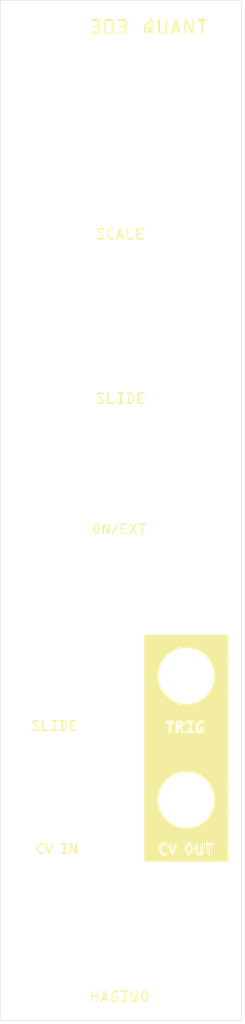
<source format=kicad_pcb>
(kicad_pcb (version 20171130) (host pcbnew "(5.1.9)-1")

  (general
    (thickness 1.6)
    (drawings 4)
    (tracks 0)
    (zones 0)
    (modules 13)
    (nets 1)
  )

  (page A4)
  (layers
    (0 F.Cu signal)
    (31 B.Cu signal)
    (32 B.Adhes user)
    (33 F.Adhes user)
    (34 B.Paste user)
    (35 F.Paste user)
    (36 B.SilkS user)
    (37 F.SilkS user)
    (38 B.Mask user)
    (39 F.Mask user)
    (40 Dwgs.User user)
    (41 Cmts.User user)
    (42 Eco1.User user)
    (43 Eco2.User user)
    (44 Edge.Cuts user)
    (45 Margin user)
    (46 B.CrtYd user)
    (47 F.CrtYd user)
    (48 B.Fab user)
    (49 F.Fab user)
  )

  (setup
    (last_trace_width 0.4)
    (trace_clearance 0.2)
    (zone_clearance 0.508)
    (zone_45_only no)
    (trace_min 0.2)
    (via_size 0.7048)
    (via_drill 0.4)
    (via_min_size 0.4)
    (via_min_drill 0.3)
    (uvia_size 0.3)
    (uvia_drill 0.1)
    (uvias_allowed no)
    (uvia_min_size 0.2)
    (uvia_min_drill 0.1)
    (edge_width 0.05)
    (segment_width 0.2)
    (pcb_text_width 0.3)
    (pcb_text_size 1.5 1.5)
    (mod_edge_width 0.12)
    (mod_text_size 1 1)
    (mod_text_width 0.15)
    (pad_size 7.4 7.4)
    (pad_drill 7.4)
    (pad_to_mask_clearance 0.05)
    (aux_axis_origin 0 0)
    (visible_elements 7FFFFFFF)
    (pcbplotparams
      (layerselection 0x010fc_ffffffff)
      (usegerberextensions false)
      (usegerberattributes true)
      (usegerberadvancedattributes true)
      (creategerberjobfile true)
      (excludeedgelayer true)
      (linewidth 0.100000)
      (plotframeref false)
      (viasonmask false)
      (mode 1)
      (useauxorigin false)
      (hpglpennumber 1)
      (hpglpenspeed 20)
      (hpglpendiameter 15.000000)
      (psnegative false)
      (psa4output false)
      (plotreference true)
      (plotvalue true)
      (plotinvisibletext false)
      (padsonsilk false)
      (subtractmaskfromsilk false)
      (outputformat 1)
      (mirror false)
      (drillshape 0)
      (scaleselection 1)
      (outputdirectory ""))
  )

  (net 0 "")

  (net_class Default "This is the default net class."
    (clearance 0.2)
    (trace_width 0.4)
    (via_dia 0.7048)
    (via_drill 0.4)
    (uvia_dia 0.3)
    (uvia_drill 0.1)
  )

  (module Mounting_Holes:MountingHole_3.2mm_M3 (layer F.Cu) (tedit 56D1B4CB) (tstamp 607C4EB2)
    (at 129.405001 165.675001)
    (descr "Mounting Hole 3.2mm, no annular, M3")
    (tags "mounting hole 3.2mm no annular m3")
    (attr virtual)
    (fp_text reference Mount2 (at 0 -4.2) (layer F.SilkS) hide
      (effects (font (size 1 1) (thickness 0.15)))
    )
    (fp_text value M3 (at 0 4.2) (layer F.Fab)
      (effects (font (size 1 1) (thickness 0.15)))
    )
    (fp_circle (center 0 0) (end 3.45 0) (layer F.CrtYd) (width 0.05))
    (fp_circle (center 0 0) (end 3.2 0) (layer Cmts.User) (width 0.15))
    (fp_text user %R (at 0.3 0) (layer F.Fab)
      (effects (font (size 1 1) (thickness 0.15)))
    )
    (pad 1 np_thru_hole circle (at 0 0) (size 3.2 3.2) (drill 3.2) (layers *.Cu *.Mask))
  )

  (module Mounting_Holes:MountingHole_3.2mm_M3 (layer F.Cu) (tedit 56D1B4CB) (tstamp 607C4C19)
    (at 117.074999 46.324999)
    (descr "Mounting Hole 3.2mm, no annular, M3")
    (tags "mounting hole 3.2mm no annular m3")
    (attr virtual)
    (fp_text reference Mount1 (at 0 -4.2) (layer F.SilkS) hide
      (effects (font (size 1 1) (thickness 0.15)))
    )
    (fp_text value M3 (at 0 4.2) (layer F.Fab)
      (effects (font (size 1 1) (thickness 0.15)))
    )
    (fp_circle (center 0 0) (end 3.2 0) (layer Cmts.User) (width 0.15))
    (fp_circle (center 0 0) (end 3.45 0) (layer F.CrtYd) (width 0.05))
    (fp_text user %R (at 0.3 0) (layer F.Fab)
      (effects (font (size 1 1) (thickness 0.15)))
    )
    (pad 1 np_thru_hole circle (at 0 0) (size 3.2 3.2) (drill 3.2) (layers *.Cu *.Mask))
  )

  (module LOGO:silk1 (layer F.Cu) (tedit 0) (tstamp 607C4A69)
    (at 123.17 106.06)
    (fp_text reference G*** (at 0 0) (layer F.SilkS) hide
      (effects (font (size 1.524 1.524) (thickness 0.3)))
    )
    (fp_text value LOGO (at 0.75 0) (layer F.SilkS) hide
      (effects (font (size 1.524 1.524) (thickness 0.3)))
    )
    (fp_poly (pts (xy 7.795751 26.737159) (xy 7.808959 26.754302) (xy 7.816684 26.770707) (xy 7.820074 26.792056)
      (xy 7.820277 26.824033) (xy 7.819232 26.853483) (xy 7.816985 26.895552) (xy 7.813423 26.922839)
      (xy 7.807001 26.940637) (xy 7.796178 26.954241) (xy 7.787602 26.962016) (xy 7.778525 26.969485)
      (xy 7.76911 26.975236) (xy 7.756774 26.979493) (xy 7.738936 26.982481) (xy 7.713012 26.984425)
      (xy 7.67642 26.985548) (xy 7.626578 26.986077) (xy 7.560903 26.986235) (xy 7.509005 26.986245)
      (xy 7.258577 26.986245) (xy 7.258577 26.705138) (xy 7.768808 26.705138) (xy 7.795751 26.737159)) (layer F.SilkS) (width 0.01))
    (fp_poly (pts (xy 8.710581 42.019353) (xy 8.725531 42.032317) (xy 8.742856 42.055343) (xy 8.76387 42.090116)
      (xy 8.789883 42.138322) (xy 8.822208 42.201647) (xy 8.852705 42.262737) (xy 8.892855 42.343251)
      (xy 8.924778 42.408895) (xy 8.948457 42.463058) (xy 8.963873 42.509126) (xy 8.971006 42.550488)
      (xy 8.969839 42.59053) (xy 8.960353 42.63264) (xy 8.942528 42.680206) (xy 8.916346 42.736614)
      (xy 8.881789 42.805252) (xy 8.849356 42.868775) (xy 8.812541 42.940805) (xy 8.783385 42.996805)
      (xy 8.760678 43.038757) (xy 8.743213 43.068648) (xy 8.729783 43.088462) (xy 8.719178 43.100182)
      (xy 8.710192 43.105795) (xy 8.704269 43.107147) (xy 8.67874 43.105574) (xy 8.664111 43.100497)
      (xy 8.655634 43.089276) (xy 8.639793 43.062559) (xy 8.617978 43.022918) (xy 8.59158 42.972926)
      (xy 8.561992 42.915154) (xy 8.538908 42.869006) (xy 8.504414 42.799066) (xy 8.477889 42.744239)
      (xy 8.458237 42.701716) (xy 8.444363 42.668692) (xy 8.435172 42.642362) (xy 8.429568 42.619918)
      (xy 8.426458 42.598556) (xy 8.424811 42.576643) (xy 8.420858 42.506679) (xy 8.53427 42.270463)
      (xy 8.567993 42.201349) (xy 8.598687 42.140623) (xy 8.625213 42.090403) (xy 8.646431 42.052808)
      (xy 8.661201 42.029957) (xy 8.666871 42.023977) (xy 8.682563 42.016869) (xy 8.696696 42.014765)
      (xy 8.710581 42.019353)) (layer F.SilkS) (width 0.01))
    (fp_poly (pts (xy 10.902925 -61.762663) (xy 10.902399 -61.691112) (xy 10.900392 -61.636609) (xy 10.89626 -61.596145)
      (xy 10.889359 -61.566705) (xy 10.879043 -61.545279) (xy 10.86467 -61.528854) (xy 10.850551 -61.517803)
      (xy 10.813493 -61.503113) (xy 10.770816 -61.503213) (xy 10.729688 -61.517409) (xy 10.709822 -61.531419)
      (xy 10.691906 -61.549372) (xy 10.681333 -61.5676) (xy 10.675508 -61.592819) (xy 10.672016 -61.629304)
      (xy 10.666996 -61.697905) (xy 10.436087 -61.697905) (xy 10.431067 -60.931565) (xy 10.426047 -60.165224)
      (xy 10.393261 -60.135932) (xy 10.352193 -60.111301) (xy 10.307714 -60.105275) (xy 10.263965 -60.117854)
      (xy 10.237965 -60.135932) (xy 10.205178 -60.165223) (xy 10.195138 -61.697905) (xy 10.082194 -61.700744)
      (xy 9.969249 -61.703582) (xy 9.969249 -61.652063) (xy 9.962389 -61.594145) (xy 9.942669 -61.549393)
      (xy 9.911381 -61.519216) (xy 9.869816 -61.505017) (xy 9.834591 -61.505431) (xy 9.793276 -61.518858)
      (xy 9.765949 -61.541831) (xy 9.73834 -61.572728) (xy 9.73834 -61.933834) (xy 10.902925 -61.933834)
      (xy 10.902925 -61.762663)) (layer F.SilkS) (width 0.01))
    (fp_poly (pts (xy 8.434935 -61.901205) (xy 8.441475 -61.886764) (xy 8.455405 -61.855492) (xy 8.476041 -61.808942)
      (xy 8.502698 -61.748667) (xy 8.534689 -61.67622) (xy 8.57133 -61.593153) (xy 8.611936 -61.501019)
      (xy 8.65582 -61.40137) (xy 8.702299 -61.29576) (xy 8.739584 -61.210988) (xy 8.787326 -61.102547)
      (xy 8.83284 -60.999422) (xy 8.875464 -60.903097) (xy 8.914535 -60.815057) (xy 8.949393 -60.736785)
      (xy 8.979374 -60.669765) (xy 9.003818 -60.615482) (xy 9.022061 -60.575419) (xy 9.033442 -60.551061)
      (xy 9.037176 -60.543862) (xy 9.038626 -60.551954) (xy 9.039997 -60.578492) (xy 9.041268 -60.621843)
      (xy 9.042417 -60.680374) (xy 9.043423 -60.752452) (xy 9.044265 -60.836445) (xy 9.044922 -60.930719)
      (xy 9.045372 -61.03364) (xy 9.045593 -61.143578) (xy 9.045613 -61.188429) (xy 9.045722 -61.33117)
      (xy 9.046063 -61.454789) (xy 9.04665 -61.560241) (xy 9.047501 -61.648482) (xy 9.048632 -61.720468)
      (xy 9.05006 -61.777153) (xy 9.051801 -61.819494) (xy 9.053871 -61.848447) (xy 9.056288 -61.864966)
      (xy 9.057376 -61.868351) (xy 9.082882 -61.902528) (xy 9.11911 -61.923751) (xy 9.16088 -61.931325)
      (xy 9.203008 -61.924551) (xy 9.240311 -61.902731) (xy 9.248913 -61.894137) (xy 9.276522 -61.86324)
      (xy 9.276522 -60.10664) (xy 8.968519 -60.10664) (xy 8.955861 -60.134249) (xy 8.9498 -60.147862)
      (xy 8.936356 -60.178321) (xy 8.916208 -60.224079) (xy 8.890036 -60.283594) (xy 8.858517 -60.355318)
      (xy 8.82233 -60.437709) (xy 8.782155 -60.52922) (xy 8.738669 -60.628307) (xy 8.692552 -60.733426)
      (xy 8.657026 -60.814427) (xy 8.609396 -60.922956) (xy 8.563868 -61.026538) (xy 8.521121 -61.123636)
      (xy 8.481837 -61.212711) (xy 8.446694 -61.292226) (xy 8.416375 -61.360643) (xy 8.391558 -61.416424)
      (xy 8.372924 -61.458032) (xy 8.361153 -61.483928) (xy 8.35725 -61.492095) (xy 8.354518 -61.494778)
      (xy 8.352164 -61.491168) (xy 8.350159 -61.479992) (xy 8.348475 -61.459979) (xy 8.347085 -61.429856)
      (xy 8.34596 -61.388351) (xy 8.345074 -61.334194) (xy 8.344397 -61.266111) (xy 8.343903 -61.182831)
      (xy 8.343563 -61.083081) (xy 8.343349 -60.965591) (xy 8.343248 -60.852547) (xy 8.343011 -60.700835)
      (xy 8.342494 -60.568812) (xy 8.341688 -60.456089) (xy 8.340589 -60.362278) (xy 8.339189 -60.28699)
      (xy 8.337482 -60.229837) (xy 8.335462 -60.19043) (xy 8.333123 -60.168381) (xy 8.331951 -60.163989)
      (xy 8.307819 -60.133296) (xy 8.271935 -60.114192) (xy 8.229762 -60.107934) (xy 8.186764 -60.11578)
      (xy 8.165956 -60.125812) (xy 8.141031 -60.148229) (xy 8.123732 -60.176245) (xy 8.123288 -60.17747)
      (xy 8.121076 -60.190827) (xy 8.119126 -60.21789) (xy 8.117431 -60.259341) (xy 8.11598 -60.31586)
      (xy 8.114767 -60.388129) (xy 8.113782 -60.476828) (xy 8.113016 -60.582637) (xy 8.112461 -60.706239)
      (xy 8.112108 -60.848314) (xy 8.111948 -61.009543) (xy 8.111937 -61.071933) (xy 8.111937 -61.933834)
      (xy 8.419443 -61.933834) (xy 8.434935 -61.901205)) (layer F.SilkS) (width 0.01))
    (fp_poly (pts (xy 7.073702 -61.926022) (xy 7.108329 -61.906931) (xy 7.113197 -61.902305) (xy 7.11865 -61.893776)
      (xy 7.126119 -61.876905) (xy 7.135916 -61.850668) (xy 7.148353 -61.814041) (xy 7.163745 -61.766)
      (xy 7.182402 -61.705522) (xy 7.204638 -61.631582) (xy 7.230765 -61.543158) (xy 7.261095 -61.439224)
      (xy 7.295941 -61.318758) (xy 7.335616 -61.180734) (xy 7.368632 -61.065415) (xy 7.404069 -60.941477)
      (xy 7.437981 -60.822876) (xy 7.469954 -60.711062) (xy 7.499573 -60.607483) (xy 7.526425 -60.513589)
      (xy 7.550094 -60.43083) (xy 7.570167 -60.360653) (xy 7.586228 -60.304509) (xy 7.597864 -60.263847)
      (xy 7.604659 -60.240116) (xy 7.606276 -60.234487) (xy 7.606266 -60.204906) (xy 7.594384 -60.170637)
      (xy 7.574156 -60.13988) (xy 7.56 -60.126888) (xy 7.52255 -60.110329) (xy 7.480637 -60.107196)
      (xy 7.440633 -60.11661) (xy 7.408908 -60.137693) (xy 7.400115 -60.148953) (xy 7.393014 -60.165321)
      (xy 7.381685 -60.197284) (xy 7.367358 -60.241115) (xy 7.351263 -60.293087) (xy 7.339855 -60.33146)
      (xy 7.292588 -60.493162) (xy 7.026303 -60.495833) (xy 6.760017 -60.498503) (xy 6.711066 -60.33018)
      (xy 6.689403 -60.258002) (xy 6.670825 -60.203069) (xy 6.65379 -60.163086) (xy 6.636752 -60.135761)
      (xy 6.618168 -60.118799) (xy 6.596495 -60.109907) (xy 6.570188 -60.106792) (xy 6.560598 -60.10664)
      (xy 6.527983 -60.109083) (xy 6.504098 -60.119314) (xy 6.47951 -60.140775) (xy 6.456773 -60.167662)
      (xy 6.446907 -60.19328) (xy 6.445375 -60.214555) (xy 6.448153 -60.229167) (xy 6.456148 -60.261274)
      (xy 6.468852 -60.309126) (xy 6.485757 -60.370974) (xy 6.506356 -60.445067) (xy 6.53014 -60.529655)
      (xy 6.556602 -60.622989) (xy 6.585234 -60.723318) (xy 6.591648 -60.745674) (xy 6.836917 -60.745674)
      (xy 6.846444 -60.743642) (xy 6.872975 -60.741867) (xy 6.913437 -60.740454) (xy 6.964755 -60.739508)
      (xy 7.023856 -60.739132) (xy 7.028839 -60.73913) (xy 7.095405 -60.739248) (xy 7.144442 -60.739762)
      (xy 7.178497 -60.740911) (xy 7.200121 -60.742934) (xy 7.211862 -60.746071) (xy 7.216268 -60.750562)
      (xy 7.215888 -60.756645) (xy 7.215873 -60.756699) (xy 7.19458 -60.832356) (xy 7.172007 -60.91098)
      (xy 7.148856 -60.990274) (xy 7.12583 -61.06794) (xy 7.103629 -61.141682) (xy 7.082955 -61.209199)
      (xy 7.06451 -61.268196) (xy 7.048996 -61.316373) (xy 7.037114 -61.351434) (xy 7.029566 -61.371079)
      (xy 7.027247 -61.374441) (xy 7.023101 -61.363679) (xy 7.014114 -61.336461) (xy 7.001134 -61.295587)
      (xy 6.985008 -61.243859) (xy 6.966584 -61.184077) (xy 6.94671 -61.119041) (xy 6.926234 -61.051551)
      (xy 6.906003 -60.984409) (xy 6.886866 -60.920415) (xy 6.869668 -60.86237) (xy 6.85526 -60.813073)
      (xy 6.844488 -60.775325) (xy 6.838199 -60.751928) (xy 6.836917 -60.745674) (xy 6.591648 -60.745674)
      (xy 6.615527 -60.828892) (xy 6.646975 -60.937961) (xy 6.679068 -61.048775) (xy 6.7113 -61.159584)
      (xy 6.743163 -61.268638) (xy 6.774148 -61.374186) (xy 6.803747 -61.47448) (xy 6.831453 -61.567768)
      (xy 6.856758 -61.6523) (xy 6.879154 -61.726327) (xy 6.898134 -61.788099) (xy 6.913188 -61.835865)
      (xy 6.92381 -61.867875) (xy 6.929271 -61.881983) (xy 6.954286 -61.909729) (xy 6.99069 -61.926759)
      (xy 7.032492 -61.932411) (xy 7.073702 -61.926022)) (layer F.SilkS) (width 0.01))
    (fp_poly (pts (xy 5.874509 -61.927778) (xy 5.895812 -61.912947) (xy 5.909633 -61.900641) (xy 5.948419 -61.865094)
      (xy 5.948419 -60.372252) (xy 5.915422 -60.305231) (xy 5.86903 -60.233256) (xy 5.807681 -60.174046)
      (xy 5.744239 -60.134718) (xy 5.730553 -60.12829) (xy 5.716875 -60.123162) (xy 5.700818 -60.119171)
      (xy 5.68 -60.11615) (xy 5.652037 -60.113935) (xy 5.614545 -60.112361) (xy 5.56514 -60.111261)
      (xy 5.501439 -60.110472) (xy 5.421058 -60.109828) (xy 5.381186 -60.109557) (xy 5.284822 -60.10914)
      (xy 5.206605 -60.109341) (xy 5.144611 -60.11022) (xy 5.096916 -60.111838) (xy 5.061595 -60.114255)
      (xy 5.036724 -60.117532) (xy 5.023017 -60.120827) (xy 4.950311 -60.154347) (xy 4.887114 -60.204819)
      (xy 4.835095 -60.270709) (xy 4.81029 -60.316265) (xy 4.783834 -60.372688) (xy 4.780724 -61.090514)
      (xy 4.780171 -61.254152) (xy 4.780017 -61.397896) (xy 4.78026 -61.521721) (xy 4.780902 -61.625601)
      (xy 4.781942 -61.709512) (xy 4.783379 -61.773428) (xy 4.785213 -61.817326) (xy 4.787444 -61.84118)
      (xy 4.788084 -61.844079) (xy 4.809176 -61.888318) (xy 4.841983 -61.916273) (xy 4.886939 -61.928269)
      (xy 4.900921 -61.928814) (xy 4.933621 -61.927012) (xy 4.955479 -61.919106) (xy 4.975591 -61.901343)
      (xy 4.980428 -61.896027) (xy 5.009723 -61.86324) (xy 5.009723 -61.15529) (xy 5.00972 -61.013894)
      (xy 5.009783 -60.891183) (xy 5.010021 -60.78576) (xy 5.010543 -60.696231) (xy 5.011457 -60.6212)
      (xy 5.012872 -60.559272) (xy 5.014898 -60.509052) (xy 5.017641 -60.469145) (xy 5.021212 -60.438156)
      (xy 5.02572 -60.41469) (xy 5.031271 -60.397351) (xy 5.037977 -60.384744) (xy 5.045944 -60.375474)
      (xy 5.055283 -60.368146) (xy 5.066101 -60.361365) (xy 5.071866 -60.357886) (xy 5.083128 -60.351711)
      (xy 5.095895 -60.346932) (xy 5.112746 -60.343372) (xy 5.13626 -60.340852) (xy 5.169016 -60.339195)
      (xy 5.213594 -60.338224) (xy 5.272572 -60.33776) (xy 5.34853 -60.337627) (xy 5.366126 -60.337624)
      (xy 5.445819 -60.337712) (xy 5.508012 -60.338095) (xy 5.555285 -60.33895) (xy 5.590217 -60.340454)
      (xy 5.615386 -60.342786) (xy 5.633373 -60.346122) (xy 5.646755 -60.350641) (xy 5.658113 -60.35652)
      (xy 5.660387 -60.357886) (xy 5.671956 -60.364901) (xy 5.681993 -60.371791) (xy 5.690606 -60.379953)
      (xy 5.697906 -60.39078) (xy 5.703999 -60.405667) (xy 5.708995 -60.426011) (xy 5.713003 -60.453207)
      (xy 5.716131 -60.488648) (xy 5.718489 -60.533731) (xy 5.720184 -60.589851) (xy 5.721326 -60.658403)
      (xy 5.722023 -60.740781) (xy 5.722384 -60.838382) (xy 5.722517 -60.9526) (xy 5.722532 -61.084831)
      (xy 5.72253 -61.15529) (xy 5.72253 -61.86324) (xy 5.750464 -61.894504) (xy 5.777385 -61.917567)
      (xy 5.810219 -61.928904) (xy 5.824623 -61.930979) (xy 5.853714 -61.932741) (xy 5.874509 -61.927778)) (layer F.SilkS) (width 0.01))
    (fp_poly (pts (xy 3.998549 -61.918767) (xy 4.062313 -61.88972) (xy 4.117879 -61.845401) (xy 4.162121 -61.786897)
      (xy 4.170581 -61.771118) (xy 4.196522 -61.719061) (xy 4.196522 -61.305287) (xy 4.196454 -61.201751)
      (xy 4.196197 -61.116215) (xy 4.195668 -61.046601) (xy 4.194787 -60.99083) (xy 4.193472 -60.946824)
      (xy 4.191642 -60.912504) (xy 4.189214 -60.885792) (xy 4.186108 -60.864609) (xy 4.182243 -60.846877)
      (xy 4.177967 -60.831894) (xy 4.164251 -60.793802) (xy 4.146747 -60.758089) (xy 4.123536 -60.722487)
      (xy 4.092701 -60.68473) (xy 4.052323 -60.64255) (xy 4.000484 -60.59368) (xy 3.935267 -60.535854)
      (xy 3.906387 -60.510897) (xy 3.872261 -60.481558) (xy 3.901367 -60.409677) (xy 3.930474 -60.337797)
      (xy 4.02083 -60.337525) (xy 4.066579 -60.335994) (xy 4.105342 -60.332112) (xy 4.13134 -60.326519)
      (xy 4.135317 -60.324852) (xy 4.169703 -60.29767) (xy 4.191027 -60.261287) (xy 4.199071 -60.220476)
      (xy 4.193616 -60.180009) (xy 4.174443 -60.144658) (xy 4.144668 -60.120843) (xy 4.127916 -60.115189)
      (xy 4.101124 -60.111121) (xy 4.061728 -60.108461) (xy 4.007165 -60.107029) (xy 3.942206 -60.10664)
      (xy 3.76721 -60.10664) (xy 3.728966 -60.207624) (xy 3.712844 -60.249156) (xy 3.698919 -60.283113)
      (xy 3.688894 -60.305454) (xy 3.684853 -60.312236) (xy 3.675337 -60.307602) (xy 3.65382 -60.292296)
      (xy 3.623527 -60.268734) (xy 3.588879 -60.240334) (xy 3.520656 -60.186651) (xy 3.461176 -60.147965)
      (xy 3.407588 -60.122878) (xy 3.357043 -60.109993) (xy 3.318063 -60.107511) (xy 3.280736 -60.109253)
      (xy 3.248084 -60.112841) (xy 3.232662 -60.116021) (xy 3.176071 -60.140606) (xy 3.125871 -60.179423)
      (xy 3.103316 -60.203145) (xy 3.08616 -60.223317) (xy 3.071996 -60.242627) (xy 3.060537 -60.263167)
      (xy 3.051499 -60.287027) (xy 3.044593 -60.316298) (xy 3.039535 -60.35307) (xy 3.036038 -60.399433)
      (xy 3.033816 -60.457478) (xy 3.032583 -60.529296) (xy 3.032052 -60.616978) (xy 3.031957 -60.704756)
      (xy 3.262348 -60.704756) (xy 3.262828 -60.629148) (xy 3.263814 -60.557457) (xy 3.265298 -60.492468)
      (xy 3.267276 -60.436963) (xy 3.26974 -60.393726) (xy 3.272684 -60.365541) (xy 3.275395 -60.355682)
      (xy 3.300844 -60.336414) (xy 3.329829 -60.334778) (xy 3.333122 -60.335809) (xy 3.345601 -60.343903)
      (xy 3.3703 -60.362794) (xy 3.404269 -60.390125) (xy 3.444557 -60.423539) (xy 3.471166 -60.446064)
      (xy 3.512615 -60.481584) (xy 3.548104 -60.512301) (xy 3.575075 -60.535978) (xy 3.590969 -60.550377)
      (xy 3.59415 -60.553706) (xy 3.590745 -60.563554) (xy 3.581448 -60.588463) (xy 3.567643 -60.624775)
      (xy 3.550708 -60.668835) (xy 3.548972 -60.673328) (xy 3.525907 -60.735747) (xy 3.511408 -60.783426)
      (xy 3.505309 -60.819704) (xy 3.507445 -60.847924) (xy 3.517649 -60.871425) (xy 3.535755 -60.893547)
      (xy 3.537929 -60.895747) (xy 3.564263 -60.918202) (xy 3.589311 -60.9281) (xy 3.613724 -60.929881)
      (xy 3.65274 -60.926961) (xy 3.682355 -60.916178) (xy 3.706016 -60.894499) (xy 3.72717 -60.858892)
      (xy 3.746763 -60.81282) (xy 3.762522 -60.774402) (xy 3.77665 -60.743868) (xy 3.787054 -60.725566)
      (xy 3.790309 -60.722324) (xy 3.803305 -60.727173) (xy 3.825268 -60.744107) (xy 3.85267 -60.769492)
      (xy 3.881984 -60.799693) (xy 3.90968 -60.831079) (xy 3.93223 -60.860016) (xy 3.94602 -60.882677)
      (xy 3.951001 -60.89485) (xy 3.955042 -60.908625) (xy 3.958242 -60.926126) (xy 3.960699 -60.949478)
      (xy 3.962514 -60.980805) (xy 3.963785 -61.022231) (xy 3.964611 -61.075879) (xy 3.96509 -61.143874)
      (xy 3.965323 -61.22834) (xy 3.965392 -61.298265) (xy 3.965613 -61.671668) (xy 3.9433 -61.687296)
      (xy 3.920093 -61.699222) (xy 3.903603 -61.702925) (xy 3.892052 -61.696528) (xy 3.867615 -61.678525)
      (xy 3.832371 -61.650698) (xy 3.788397 -61.61483) (xy 3.737772 -61.572703) (xy 3.682573 -61.5261)
      (xy 3.62488 -61.476802) (xy 3.56677 -61.426593) (xy 3.510321 -61.377255) (xy 3.457611 -61.330569)
      (xy 3.410719 -61.288319) (xy 3.371723 -61.252286) (xy 3.342701 -61.224253) (xy 3.329953 -61.210926)
      (xy 3.297834 -61.169649) (xy 3.279114 -61.130226) (xy 3.273672 -61.109888) (xy 3.270436 -61.084796)
      (xy 3.26775 -61.044137) (xy 3.265608 -60.990694) (xy 3.264003 -60.927251) (xy 3.262929 -60.856591)
      (xy 3.262379 -60.781498) (xy 3.262348 -60.704756) (xy 3.031957 -60.704756) (xy 3.031937 -60.722612)
      (xy 3.031937 -60.724523) (xy 3.032212 -60.814774) (xy 3.033 -60.899553) (xy 3.034239 -60.976357)
      (xy 3.035871 -61.042684) (xy 3.037836 -61.096033) (xy 3.040074 -61.133902) (xy 3.042117 -61.15189)
      (xy 3.065334 -61.229002) (xy 3.10375 -61.303248) (xy 3.13734 -61.348806) (xy 3.156547 -61.368735)
      (xy 3.188426 -61.398894) (xy 3.230859 -61.43748) (xy 3.281727 -61.482694) (xy 3.338913 -61.532734)
      (xy 3.4003 -61.585798) (xy 3.46377 -61.640084) (xy 3.527205 -61.693792) (xy 3.588488 -61.74512)
      (xy 3.6455 -61.792266) (xy 3.696125 -61.833429) (xy 3.738244 -61.866808) (xy 3.769739 -61.890601)
      (xy 3.788494 -61.903007) (xy 3.789339 -61.903434) (xy 3.858936 -61.926709) (xy 3.929715 -61.931459)
      (xy 3.998549 -61.918767)) (layer F.SilkS) (width 0.01))
    (fp_poly (pts (xy 0.251426 -61.934163) (xy 0.334523 -61.933683) (xy 0.41253 -61.932799) (xy 0.482931 -61.931506)
      (xy 0.543208 -61.929797) (xy 0.590846 -61.927669) (xy 0.623327 -61.925116) (xy 0.635711 -61.92307)
      (xy 0.676573 -61.903958) (xy 0.718061 -61.871795) (xy 0.753776 -61.832339) (xy 0.774392 -61.7983)
      (xy 0.779825 -61.784578) (xy 0.784081 -61.768401) (xy 0.787302 -61.74727) (xy 0.789632 -61.718685)
      (xy 0.791214 -61.68015) (xy 0.79219 -61.629164) (xy 0.792704 -61.563229) (xy 0.792898 -61.479847)
      (xy 0.792902 -61.474902) (xy 0.792877 -61.391092) (xy 0.792547 -61.324707) (xy 0.791752 -61.273091)
      (xy 0.790327 -61.233592) (xy 0.788111 -61.203554) (xy 0.784941 -61.180324) (xy 0.780655 -61.161248)
      (xy 0.77509 -61.143671) (xy 0.772137 -61.135575) (xy 0.75641 -61.099558) (xy 0.738563 -61.067308)
      (xy 0.728037 -61.052615) (xy 0.704922 -61.025742) (xy 0.734369 -60.982941) (xy 0.751834 -60.956892)
      (xy 0.765744 -60.933302) (xy 0.776506 -60.909511) (xy 0.784527 -60.882864) (xy 0.790214 -60.850702)
      (xy 0.793974 -60.810368) (xy 0.796215 -60.759203) (xy 0.797342 -60.694551) (xy 0.797763 -60.613753)
      (xy 0.797834 -60.568458) (xy 0.797822 -60.479468) (xy 0.797287 -60.408056) (xy 0.795798 -60.351719)
      (xy 0.792925 -60.307958) (xy 0.788236 -60.274271) (xy 0.7813 -60.248157) (xy 0.771688 -60.227114)
      (xy 0.758967 -60.208642) (xy 0.742708 -60.190239) (xy 0.73052 -60.177622) (xy 0.715971 -60.162652)
      (xy 0.702908 -60.150135) (xy 0.689471 -60.139843) (xy 0.673802 -60.131544) (xy 0.654042 -60.125007)
      (xy 0.628332 -60.120004) (xy 0.594814 -60.116302) (xy 0.551629 -60.113672) (xy 0.496918 -60.111883)
      (xy 0.428822 -60.110706) (xy 0.345483 -60.109909) (xy 0.245041 -60.109262) (xy 0.175692 -60.108849)
      (xy 0.066732 -60.108233) (xy -0.023942 -60.107868) (xy -0.098123 -60.107805) (xy -0.157604 -60.108099)
      (xy -0.204176 -60.108805) (xy -0.239634 -60.109975) (xy -0.265768 -60.111663) (xy -0.284373 -60.113924)
      (xy -0.297239 -60.11681) (xy -0.306161 -60.120376) (xy -0.311225 -60.123448) (xy -0.34863 -60.159005)
      (xy -0.366934 -60.200079) (xy -0.365855 -60.245793) (xy -0.358007 -60.270003) (xy -0.351206 -60.285693)
      (xy -0.343887 -60.298743) (xy -0.334258 -60.309397) (xy -0.320522 -60.317897) (xy -0.300884 -60.324487)
      (xy -0.273552 -60.32941) (xy -0.236729 -60.332908) (xy -0.18862 -60.335225) (xy -0.127432 -60.336605)
      (xy -0.05137 -60.33729) (xy 0.041362 -60.337524) (xy 0.140545 -60.337549) (xy 0.563195 -60.337549)
      (xy 0.560194 -60.588362) (xy 0.557194 -60.839175) (xy 0.524393 -60.871979) (xy 0.491592 -60.904782)
      (xy 0.213168 -60.909879) (xy 0.139678 -60.911503) (xy 0.072235 -60.913526) (xy 0.013601 -60.915822)
      (xy -0.03346 -60.918266) (xy -0.066184 -60.920732) (xy -0.081807 -60.923096) (xy -0.082224 -60.923271)
      (xy -0.108641 -60.946725) (xy -0.12545 -60.984146) (xy -0.130514 -61.024745) (xy -0.126825 -61.060531)
      (xy -0.112876 -61.088682) (xy -0.101237 -61.102905) (xy -0.071961 -61.135692) (xy 0.207959 -61.140711)
      (xy 0.29163 -61.142331) (xy 0.357611 -61.143964) (xy 0.408293 -61.145789) (xy 0.446066 -61.147985)
      (xy 0.473318 -61.150734) (xy 0.492439 -61.154213) (xy 0.505819 -61.158604) (xy 0.515455 -61.163825)
      (xy 0.53824 -61.184592) (xy 0.552622 -61.207147) (xy 0.555357 -61.224145) (xy 0.557788 -61.258034)
      (xy 0.559798 -61.305626) (xy 0.56127 -61.363735) (xy 0.562086 -61.429173) (xy 0.562213 -61.467649)
      (xy 0.562213 -61.702925) (xy 0.136006 -61.702925) (xy 0.018476 -61.703133) (xy -0.079869 -61.703772)
      (xy -0.159919 -61.704865) (xy -0.222566 -61.706436) (xy -0.268698 -61.708506) (xy -0.299206 -61.711099)
      (xy -0.314981 -61.714237) (xy -0.315632 -61.714512) (xy -0.348177 -61.73906) (xy -0.367409 -61.773778)
      (xy -0.373451 -61.813912) (xy -0.366429 -61.854712) (xy -0.346464 -61.891426) (xy -0.313681 -61.919301)
      (xy -0.310258 -61.921136) (xy -0.294598 -61.924064) (xy -0.261378 -61.926633) (xy -0.213116 -61.92884)
      (xy -0.152328 -61.930678) (xy -0.08153 -61.932142) (xy -0.003239 -61.933228) (xy 0.080028 -61.933931)
      (xy 0.165756 -61.934244) (xy 0.251426 -61.934163)) (layer F.SilkS) (width 0.01))
    (fp_poly (pts (xy -1.479585 -61.932183) (xy -1.404786 -61.931687) (xy -0.987398 -61.928814) (xy -0.945564 -61.90112)
      (xy -0.913198 -61.874471) (xy -0.88327 -61.841613) (xy -0.876034 -61.831576) (xy -0.84834 -61.789727)
      (xy -0.84834 -60.248923) (xy -0.87863 -60.205826) (xy -0.916396 -60.165674) (xy -0.962603 -60.134684)
      (xy -1.016285 -60.10664) (xy -1.41923 -60.107081) (xy -1.525419 -60.107332) (xy -1.613339 -60.107871)
      (xy -1.6848 -60.108758) (xy -1.74161 -60.110053) (xy -1.785579 -60.111816) (xy -1.818515 -60.114107)
      (xy -1.842227 -60.116985) (xy -1.858525 -60.12051) (xy -1.862332 -60.121735) (xy -1.902084 -60.143532)
      (xy -1.941423 -60.177877) (xy -1.97452 -60.218569) (xy -1.995544 -60.259405) (xy -1.997356 -60.265381)
      (xy -1.99971 -60.282455) (xy -2.001694 -60.315172) (xy -2.003312 -60.364078) (xy -2.004573 -60.429724)
      (xy -2.00548 -60.512658) (xy -2.006041 -60.613427) (xy -2.006212 -60.706821) (xy -1.775232 -60.706821)
      (xy -1.775152 -60.615092) (xy -1.774931 -60.534223) (xy -1.774575 -60.465904) (xy -1.774089 -60.411826)
      (xy -1.77348 -60.373678) (xy -1.772751 -60.35315) (xy -1.772382 -60.350099) (xy -1.766586 -60.346575)
      (xy -1.751099 -60.343725) (xy -1.724324 -60.341492) (xy -1.684665 -60.339819) (xy -1.630523 -60.338649)
      (xy -1.560304 -60.337924) (xy -1.472409 -60.337589) (xy -1.420908 -60.337549) (xy -1.074229 -60.337549)
      (xy -1.074229 -61.703185) (xy -1.423103 -61.700545) (xy -1.771976 -61.697905) (xy -1.774577 -61.030277)
      (xy -1.77495 -60.916103) (xy -1.775167 -60.807722) (xy -1.775232 -60.706821) (xy -2.006212 -60.706821)
      (xy -2.00626 -60.732582) (xy -2.006144 -60.87067) (xy -2.005699 -61.02824) (xy -2.005647 -61.042325)
      (xy -2.005146 -61.184181) (xy -2.004702 -61.307382) (xy -2.004196 -61.41335) (xy -2.003511 -61.503508)
      (xy -2.002527 -61.579278) (xy -2.001127 -61.642083) (xy -1.999191 -61.693345) (xy -1.996602 -61.734488)
      (xy -1.993241 -61.766934) (xy -1.98899 -61.792105) (xy -1.983729 -61.811425) (xy -1.977342 -61.826316)
      (xy -1.969708 -61.8382) (xy -1.960711 -61.8485) (xy -1.950231 -61.85864) (xy -1.93815 -61.87004)
      (xy -1.936619 -61.871529) (xy -1.921098 -61.886308) (xy -1.906191 -61.898575) (xy -1.889958 -61.908551)
      (xy -1.870459 -61.916454) (xy -1.845755 -61.922505) (xy -1.813906 -61.926921) (xy -1.772972 -61.929924)
      (xy -1.721012 -61.931732) (xy -1.656088 -61.932565) (xy -1.576259 -61.932642) (xy -1.479585 -61.932183)) (layer F.SilkS) (width 0.01))
    (fp_poly (pts (xy -2.720007 -61.90184) (xy -2.686821 -61.877639) (xy -2.656654 -61.848071) (xy -2.647252 -61.83609)
      (xy -2.632813 -61.812048) (xy -2.621461 -61.784677) (xy -2.612926 -61.751529) (xy -2.606939 -61.710157)
      (xy -2.603231 -61.658114) (xy -2.601531 -61.592952) (xy -2.601571 -61.512223) (xy -2.602728 -61.431858)
      (xy -2.604617 -61.345768) (xy -2.607069 -61.276964) (xy -2.610573 -61.22265) (xy -2.615616 -61.180033)
      (xy -2.622685 -61.146319) (xy -2.632268 -61.118714) (xy -2.644852 -61.094423) (xy -2.660924 -61.070653)
      (xy -2.667213 -61.06227) (xy -2.68321 -61.039876) (xy -2.687866 -61.025312) (xy -2.682373 -61.010718)
      (xy -2.676447 -61.001343) (xy -2.662487 -60.977678) (xy -2.644666 -60.944453) (xy -2.632258 -60.919842)
      (xy -2.605257 -60.864624) (xy -2.605257 -60.270718) (xy -2.635641 -60.221573) (xy -2.674441 -60.174109)
      (xy -2.715154 -60.142044) (xy -2.764283 -60.11166) (xy -3.221885 -60.109586) (xy -3.316499 -60.109347)
      (xy -3.40543 -60.109488) (xy -3.486561 -60.109978) (xy -3.557777 -60.110789) (xy -3.616962 -60.111891)
      (xy -3.662001 -60.113254) (xy -3.690779 -60.114849) (xy -3.700689 -60.116279) (xy -3.73401 -60.140279)
      (xy -3.756395 -60.17763) (xy -3.764817 -60.223232) (xy -3.764822 -60.224453) (xy -3.762125 -60.256192)
      (xy -3.751132 -60.280213) (xy -3.730688 -60.303415) (xy -3.696553 -60.337549) (xy -2.841186 -60.337549)
      (xy -2.841186 -60.829781) (xy -2.875534 -60.867282) (xy -2.909882 -60.904782) (xy -3.192623 -60.909802)
      (xy -3.475365 -60.914822) (xy -3.504639 -60.947609) (xy -3.528581 -60.988103) (xy -3.533447 -61.033135)
      (xy -3.518977 -61.080234) (xy -3.518684 -61.080803) (xy -3.509014 -61.09766) (xy -3.49785 -61.111026)
      (xy -3.482893 -61.121305) (xy -3.461841 -61.128898) (xy -3.432394 -61.13421) (xy -3.392254 -61.137644)
      (xy -3.339119 -61.139603) (xy -3.270689 -61.140491) (xy -3.184664 -61.140711) (xy -2.909455 -61.140711)
      (xy -2.876221 -61.173945) (xy -2.862128 -61.189528) (xy -2.851212 -61.206425) (xy -2.843127 -61.227252)
      (xy -2.837523 -61.254625) (xy -2.834051 -61.291161) (xy -2.832364 -61.339477) (xy -2.832111 -61.402189)
      (xy -2.832946 -61.481913) (xy -2.833167 -61.497114) (xy -2.836166 -61.697905) (xy -3.276227 -61.702925)
      (xy -3.716287 -61.707945) (xy -3.745574 -61.740731) (xy -3.770203 -61.781801) (xy -3.776226 -61.82628)
      (xy -3.763645 -61.870027) (xy -3.745564 -61.896027) (xy -3.716267 -61.928814) (xy -2.765889 -61.928814)
      (xy -2.720007 -61.90184)) (layer F.SilkS) (width 0.01))
    (fp_poly (pts (xy 2.605181 -35.63005) (xy 2.705444 -35.629361) (xy 2.786833 -35.628195) (xy 2.849947 -35.626536)
      (xy 2.895386 -35.624369) (xy 2.923749 -35.621681) (xy 2.934711 -35.619062) (xy 2.969602 -35.592014)
      (xy 2.988309 -35.557401) (xy 2.990049 -35.519477) (xy 2.974035 -35.482497) (xy 2.962432 -35.468872)
      (xy 2.933086 -35.439526) (xy 2.238814 -35.439526) (xy 2.238814 -34.987747) (xy 2.389906 -34.987747)
      (xy 2.459254 -34.987037) (xy 2.511397 -34.984352) (xy 2.549174 -34.978856) (xy 2.575428 -34.969714)
      (xy 2.592999 -34.956093) (xy 2.604728 -34.937156) (xy 2.610093 -34.923047) (xy 2.616372 -34.893746)
      (xy 2.61134 -34.867623) (xy 2.605425 -34.853987) (xy 2.593921 -34.833798) (xy 2.579332 -34.818968)
      (xy 2.558605 -34.808692) (xy 2.528688 -34.802168) (xy 2.486532 -34.798592) (xy 2.429082 -34.79716)
      (xy 2.388935 -34.796996) (xy 2.238814 -34.796996) (xy 2.238814 -34.345217) (xy 2.933086 -34.345217)
      (xy 2.962432 -34.315871) (xy 2.986417 -34.280089) (xy 2.992499 -34.241991) (xy 2.981306 -34.206016)
      (xy 2.953463 -34.176602) (xy 2.941782 -34.169629) (xy 2.93193 -34.165855) (xy 2.917123 -34.162744)
      (xy 2.895543 -34.160236) (xy 2.865375 -34.158271) (xy 2.824803 -34.156788) (xy 2.77201 -34.155728)
      (xy 2.70518 -34.155029) (xy 2.622497 -34.154631) (xy 2.522144 -34.154475) (xy 2.485281 -34.154466)
      (xy 2.058103 -34.154466) (xy 2.058103 -35.630277) (xy 2.485443 -35.630277) (xy 2.605181 -35.63005)) (layer F.SilkS) (width 0.01))
    (fp_poly (pts (xy 0.929587 -35.622292) (xy 0.96025 -35.602409) (xy 0.981256 -35.576737) (xy 0.981919 -35.57534)
      (xy 0.984618 -35.563665) (xy 0.986928 -35.540661) (xy 0.988869 -35.505256) (xy 0.990461 -35.456383)
      (xy 0.991725 -35.392969) (xy 0.992682 -35.313947) (xy 0.993351 -35.218245) (xy 0.993753 -35.104795)
      (xy 0.993909 -34.972525) (xy 0.993913 -34.947116) (xy 0.993913 -34.345217) (xy 1.329765 -34.345217)
      (xy 1.432973 -34.344953) (xy 1.517258 -34.344135) (xy 1.583769 -34.342724) (xy 1.633656 -34.340684)
      (xy 1.668066 -34.337976) (xy 1.688151 -34.334561) (xy 1.691941 -34.333223) (xy 1.717748 -34.312983)
      (xy 1.738088 -34.282598) (xy 1.746853 -34.251337) (xy 1.746877 -34.249842) (xy 1.738277 -34.216907)
      (xy 1.716474 -34.186331) (xy 1.68747 -34.166342) (xy 1.685447 -34.165594) (xy 1.669398 -34.163353)
      (xy 1.636373 -34.161321) (xy 1.588906 -34.159512) (xy 1.529531 -34.157937) (xy 1.460782 -34.156611)
      (xy 1.385191 -34.155545) (xy 1.305293 -34.154753) (xy 1.223622 -34.154247) (xy 1.14271 -34.154041)
      (xy 1.065093 -34.154146) (xy 0.993302 -34.154577) (xy 0.929872 -34.155345) (xy 0.877337 -34.156464)
      (xy 0.838231 -34.157946) (xy 0.815086 -34.159805) (xy 0.809855 -34.161159) (xy 0.808167 -34.172676)
      (xy 0.806717 -34.202288) (xy 0.805498 -34.24801) (xy 0.804505 -34.30786) (xy 0.803731 -34.379854)
      (xy 0.803169 -34.462009) (xy 0.802814 -34.552342) (xy 0.80266 -34.648869) (xy 0.802699 -34.749607)
      (xy 0.802927 -34.852572) (xy 0.803336 -34.955782) (xy 0.80392 -35.057252) (xy 0.804673 -35.155)
      (xy 0.80559 -35.247042) (xy 0.806662 -35.331396) (xy 0.807885 -35.406076) (xy 0.809253 -35.469101)
      (xy 0.810758 -35.518487) (xy 0.812394 -35.552251) (xy 0.814156 -35.568409) (xy 0.81429 -35.568846)
      (xy 0.83329 -35.598114) (xy 0.863421 -35.620577) (xy 0.896454 -35.630235) (xy 0.898537 -35.630277)
      (xy 0.929587 -35.622292)) (layer F.SilkS) (width 0.01))
    (fp_poly (pts (xy 0.041496 -35.617137) (xy 0.064534 -35.597179) (xy 0.06999 -35.583371) (xy 0.080263 -35.55217)
      (xy 0.094795 -35.505531) (xy 0.113026 -35.445406) (xy 0.134397 -35.373749) (xy 0.158349 -35.292514)
      (xy 0.184323 -35.203654) (xy 0.21176 -35.109121) (xy 0.240102 -35.010871) (xy 0.268787 -34.910856)
      (xy 0.297259 -34.81103) (xy 0.324956 -34.713345) (xy 0.351322 -34.619757) (xy 0.375795 -34.532217)
      (xy 0.397818 -34.45268) (xy 0.416831 -34.383099) (xy 0.432275 -34.325427) (xy 0.443591 -34.281618)
      (xy 0.450219 -34.253625) (xy 0.451779 -34.244179) (xy 0.445245 -34.217198) (xy 0.429356 -34.189818)
      (xy 0.427745 -34.187883) (xy 0.404903 -34.167916) (xy 0.377173 -34.160437) (xy 0.36329 -34.159942)
      (xy 0.328768 -34.164528) (xy 0.302549 -34.180174) (xy 0.281913 -34.209712) (xy 0.264141 -34.255974)
      (xy 0.260975 -34.266504) (xy 0.246923 -34.314686) (xy 0.231224 -34.368504) (xy 0.220444 -34.405454)
      (xy 0.19994 -34.475731) (xy -0.012975 -34.475717) (xy -0.225889 -34.475703) (xy -0.244115 -34.41297)
      (xy -0.265177 -34.340823) (xy -0.281731 -34.285523) (xy -0.294762 -34.244603) (xy -0.305256 -34.215598)
      (xy -0.314198 -34.196041) (xy -0.322576 -34.183468) (xy -0.331374 -34.175411) (xy -0.341473 -34.169459)
      (xy -0.377348 -34.156464) (xy -0.409939 -34.159425) (xy -0.433957 -34.170116) (xy -0.466297 -34.197289)
      (xy -0.481016 -34.233679) (xy -0.481897 -34.246641) (xy -0.479106 -34.260259) (xy -0.471113 -34.291167)
      (xy -0.458486 -34.337426) (xy -0.441797 -34.397093) (xy -0.421614 -34.46823) (xy -0.398507 -34.548893)
      (xy -0.373045 -34.637143) (xy -0.364532 -34.666482) (xy -0.167755 -34.666482) (xy -0.01243 -34.666482)
      (xy 0.046554 -34.666644) (xy 0.088272 -34.667346) (xy 0.115535 -34.668919) (xy 0.131155 -34.671688)
      (xy 0.137942 -34.675982) (xy 0.138709 -34.682128) (xy 0.138274 -34.684051) (xy 0.127788 -34.722671)
      (xy 0.114011 -34.771577) (xy 0.097843 -34.82776) (xy 0.080183 -34.888211) (xy 0.061932 -34.949921)
      (xy 0.043988 -35.009881) (xy 0.027251 -35.065082) (xy 0.012621 -35.112514) (xy 0.000998 -35.149169)
      (xy -0.006719 -35.172038) (xy -0.009515 -35.178393) (xy -0.013737 -35.169148) (xy -0.022814 -35.143141)
      (xy -0.035945 -35.102875) (xy -0.052329 -35.050853) (xy -0.071166 -34.98958) (xy -0.091407 -34.922385)
      (xy -0.167755 -34.666482) (xy -0.364532 -34.666482) (xy -0.345798 -34.731039) (xy -0.317336 -34.828641)
      (xy -0.288229 -34.928006) (xy -0.259045 -35.027195) (xy -0.230354 -35.124267) (xy -0.202727 -35.217281)
      (xy -0.176732 -35.304295) (xy -0.15294 -35.38337) (xy -0.131919 -35.452564) (xy -0.11424 -35.509937)
      (xy -0.100471 -35.553548) (xy -0.091183 -35.581456) (xy -0.087252 -35.591358) (xy -0.063108 -35.613562)
      (xy -0.029181 -35.625429) (xy 0.007898 -35.626706) (xy 0.041496 -35.617137)) (layer F.SilkS) (width 0.01))
    (fp_poly (pts (xy -0.939654 -35.628906) (xy -0.892078 -35.626736) (xy -0.857127 -35.622309) (xy -0.832324 -35.615131)
      (xy -0.815187 -35.604707) (xy -0.803238 -35.590542) (xy -0.793998 -35.57214) (xy -0.793399 -35.570708)
      (xy -0.786 -35.529106) (xy -0.798265 -35.489362) (xy -0.818173 -35.46376) (xy -0.826804 -35.455633)
      (xy -0.836091 -35.449563) (xy -0.848894 -35.445248) (xy -0.868069 -35.44239) (xy -0.896474 -35.440689)
      (xy -0.936968 -35.439844) (xy -0.992408 -35.439557) (xy -1.049131 -35.439526) (xy -1.118627 -35.439447)
      (xy -1.170885 -35.439024) (xy -1.208748 -35.437977) (xy -1.235056 -35.436026) (xy -1.252651 -35.43289)
      (xy -1.264374 -35.42829) (xy -1.273067 -35.421945) (xy -1.278256 -35.416937) (xy -1.289176 -35.40191)
      (xy -1.3078 -35.371857) (xy -1.332531 -35.329543) (xy -1.361772 -35.277737) (xy -1.393927 -35.219207)
      (xy -1.41583 -35.178498) (xy -1.531002 -34.962648) (xy -1.530802 -34.892371) (xy -1.530532 -34.870031)
      (xy -1.529133 -34.850625) (xy -1.525511 -34.831382) (xy -1.51857 -34.809531) (xy -1.507217 -34.782303)
      (xy -1.490356 -34.746926) (xy -1.466894 -34.70063) (xy -1.435735 -34.640645) (xy -1.41776 -34.606245)
      (xy -1.384993 -34.544633) (xy -1.353808 -34.487967) (xy -1.325823 -34.43904) (xy -1.302659 -34.400643)
      (xy -1.285937 -34.375568) (xy -1.279369 -34.367806) (xy -1.269839 -34.360095) (xy -1.259196 -34.354373)
      (xy -1.244493 -34.350343) (xy -1.22278 -34.34771) (xy -1.191109 -34.346177) (xy -1.14653 -34.345449)
      (xy -1.086094 -34.345229) (xy -1.054361 -34.345217) (xy -0.8549 -34.345217) (xy -0.824011 -34.319226)
      (xy -0.799245 -34.286743) (xy -0.792012 -34.248651) (xy -0.802546 -34.209531) (xy -0.817333 -34.187655)
      (xy -0.841544 -34.159486) (xy -1.050752 -34.157365) (xy -1.132505 -34.157014) (xy -1.196368 -34.157879)
      (xy -1.2445 -34.160057) (xy -1.279059 -34.163644) (xy -1.301884 -34.168636) (xy -1.370715 -34.199344)
      (xy -1.428171 -34.242724) (xy -1.4369 -34.251648) (xy -1.450282 -34.270276) (xy -1.47066 -34.303996)
      (xy -1.496464 -34.349744) (xy -1.526123 -34.404453) (xy -1.558067 -34.465056) (xy -1.590724 -34.528488)
      (xy -1.622524 -34.591683) (xy -1.651896 -34.651573) (xy -1.67727 -34.705093) (xy -1.697074 -34.749177)
      (xy -1.709738 -34.780758) (xy -1.71266 -34.789963) (xy -1.725251 -34.871649) (xy -1.721833 -34.955876)
      (xy -1.716023 -34.987747) (xy -1.70724 -35.013668) (xy -1.690128 -35.053575) (xy -1.666311 -35.104392)
      (xy -1.637414 -35.163042) (xy -1.605063 -35.22645) (xy -1.570882 -35.291538) (xy -1.536498 -35.355231)
      (xy -1.503536 -35.414452) (xy -1.47362 -35.466125) (xy -1.448376 -35.507173) (xy -1.429429 -35.534521)
      (xy -1.423519 -35.541407) (xy -1.397335 -35.566979) (xy -1.373256 -35.586771) (xy -1.348202 -35.601571)
      (xy -1.319096 -35.612163) (xy -1.282858 -35.619335) (xy -1.236411 -35.623872) (xy -1.176675 -35.62656)
      (xy -1.100573 -35.628186) (xy -1.082601 -35.62846) (xy -1.002335 -35.629316) (xy -0.939654 -35.628906)) (layer F.SilkS) (width 0.01))
    (fp_poly (pts (xy -2.365865 -35.629013) (xy -2.303881 -35.627461) (xy -2.254628 -35.624079) (xy -2.215656 -35.618436)
      (xy -2.184519 -35.610101) (xy -2.158769 -35.598643) (xy -2.13596 -35.583629) (xy -2.113643 -35.564631)
      (xy -2.09946 -35.551128) (xy -2.061908 -35.505902) (xy -2.036016 -35.456758) (xy -2.022437 -35.407362)
      (xy -2.021819 -35.361379) (xy -2.034813 -35.322476) (xy -2.05481 -35.299407) (xy -2.082522 -35.285804)
      (xy -2.116998 -35.2792) (xy -2.149119 -35.28066) (xy -2.164627 -35.286577) (xy -2.178593 -35.302951)
      (xy -2.194099 -35.331335) (xy -2.207436 -35.364358) (xy -2.212466 -35.381671) (xy -2.217496 -35.398668)
      (xy -2.224996 -35.411985) (xy -2.23723 -35.422037) (xy -2.256457 -35.429238) (xy -2.284942 -35.434002)
      (xy -2.324946 -35.436742) (xy -2.378731 -35.437873) (xy -2.448559 -35.437809) (xy -2.515789 -35.437194)
      (xy -2.5934 -35.436254) (xy -2.65325 -35.435192) (xy -2.697656 -35.433823) (xy -2.728935 -35.431968)
      (xy -2.749404 -35.429443) (xy -2.761382 -35.426066) (xy -2.767186 -35.421655) (xy -2.768934 -35.417292)
      (xy -2.763484 -35.405753) (xy -2.74608 -35.379458) (xy -2.717377 -35.339281) (xy -2.678028 -35.286094)
      (xy -2.628687 -35.22077) (xy -2.570009 -35.144182) (xy -2.502647 -35.057202) (xy -2.427255 -34.960702)
      (xy -2.415275 -34.945435) (xy -2.349261 -34.861132) (xy -2.28661 -34.780687) (xy -2.228494 -34.705634)
      (xy -2.176086 -34.637508) (xy -2.130557 -34.577844) (xy -2.093081 -34.528176) (xy -2.064829 -34.490038)
      (xy -2.046975 -34.464967) (xy -2.041108 -34.455652) (xy -2.03051 -34.422975) (xy -2.024336 -34.381995)
      (xy -2.023605 -34.365156) (xy -2.032888 -34.304105) (xy -2.05977 -34.247849) (xy -2.10177 -34.200944)
      (xy -2.120646 -34.18687) (xy -2.162 -34.159486) (xy -2.453905 -34.157601) (xy -2.537161 -34.157419)
      (xy -2.612085 -34.15795) (xy -2.676278 -34.159134) (xy -2.727338 -34.160913) (xy -2.762866 -34.163226)
      (xy -2.779506 -34.165694) (xy -2.838675 -34.192425) (xy -2.88946 -34.233163) (xy -2.928866 -34.284128)
      (xy -2.953898 -34.341539) (xy -2.96166 -34.395596) (xy -2.955233 -34.444507) (xy -2.93636 -34.479123)
      (xy -2.914903 -34.494703) (xy -2.872711 -34.504455) (xy -2.833562 -34.49669) (xy -2.801109 -34.473958)
      (xy -2.779007 -34.438813) (xy -2.770909 -34.394148) (xy -2.763116 -34.375447) (xy -2.747305 -34.360332)
      (xy -2.737234 -34.355492) (xy -2.722098 -34.351834) (xy -2.699468 -34.349249) (xy -2.666917 -34.347623)
      (xy -2.622017 -34.346846) (xy -2.562338 -34.346804) (xy -2.485454 -34.347388) (xy -2.469539 -34.347552)
      (xy -2.381522 -34.348838) (xy -2.312747 -34.350657) (xy -2.262383 -34.353055) (xy -2.229598 -34.356076)
      (xy -2.213562 -34.359765) (xy -2.211632 -34.361492) (xy -2.216977 -34.371221) (xy -2.233684 -34.395303)
      (xy -2.260683 -34.432322) (xy -2.296905 -34.480865) (xy -2.341278 -34.539516) (xy -2.392735 -34.606861)
      (xy -2.450203 -34.681484) (xy -2.512615 -34.761972) (xy -2.57379 -34.840383) (xy -2.644886 -34.931602)
      (xy -2.711021 -35.017161) (xy -2.771204 -35.095735) (xy -2.824444 -35.166003) (xy -2.869749 -35.226642)
      (xy -2.906128 -35.276329) (xy -2.932589 -35.313741) (xy -2.948141 -35.337555) (xy -2.951828 -35.344778)
      (xy -2.961948 -35.405867) (xy -2.953926 -35.467118) (xy -2.929247 -35.524468) (xy -2.889398 -35.573849)
      (xy -2.85943 -35.597562) (xy -2.817608 -35.625257) (xy -2.537811 -35.628351) (xy -2.443026 -35.629166)
      (xy -2.365865 -35.629013)) (layer F.SilkS) (width 0.01))
    (fp_poly (pts (xy 3.072867 -14.889389) (xy 3.095889 -14.854387) (xy 3.101626 -14.816621) (xy 3.091136 -14.780904)
      (xy 3.065475 -14.752049) (xy 3.039816 -14.738775) (xy 3.019784 -14.735493) (xy 2.980752 -14.732763)
      (xy 2.92379 -14.730617) (xy 2.849971 -14.729086) (xy 2.760366 -14.728203) (xy 2.678863 -14.727984)
      (xy 2.348865 -14.727984) (xy 2.351567 -14.504605) (xy 2.354269 -14.281225) (xy 2.517167 -14.276205)
      (xy 2.578263 -14.274154) (xy 2.622586 -14.272022) (xy 2.653437 -14.269317) (xy 2.674117 -14.265547)
      (xy 2.687927 -14.260219) (xy 2.698169 -14.252842) (xy 2.70267 -14.248546) (xy 2.721456 -14.216744)
      (xy 2.725578 -14.178504) (xy 2.715109 -14.141025) (xy 2.701391 -14.1214) (xy 2.691782 -14.111902)
      (xy 2.681392 -14.105059) (xy 2.666891 -14.100366) (xy 2.644952 -14.097317) (xy 2.612243 -14.095406)
      (xy 2.565437 -14.094128) (xy 2.515888 -14.093225) (xy 2.354269 -14.090474) (xy 2.35157 -13.862075)
      (xy 2.348872 -13.633676) (xy 2.698551 -13.633676) (xy 2.791674 -13.633635) (xy 2.866808 -13.633434)
      (xy 2.926043 -13.632961) (xy 2.971469 -13.6321) (xy 3.005177 -13.630736) (xy 3.029256 -13.628756)
      (xy 3.045796 -13.626044) (xy 3.056887 -13.622487) (xy 3.06462 -13.617968) (xy 3.07008 -13.613319)
      (xy 3.088612 -13.589564) (xy 3.09816 -13.568141) (xy 3.099182 -13.525448) (xy 3.082041 -13.486728)
      (xy 3.07008 -13.473321) (xy 3.064262 -13.46844) (xy 3.057029 -13.464409) (xy 3.04654 -13.461146)
      (xy 3.030956 -13.45857) (xy 3.008436 -13.4566) (xy 2.977141 -13.455155) (xy 2.93523 -13.454154)
      (xy 2.880864 -13.453515) (xy 2.812201 -13.453158) (xy 2.727402 -13.453002) (xy 2.624627 -13.452965)
      (xy 2.608384 -13.452964) (xy 2.168537 -13.452964) (xy 2.168537 -14.918735) (xy 3.043521 -14.918735)
      (xy 3.072867 -14.889389)) (layer F.SilkS) (width 0.01))
    (fp_poly (pts (xy 1.14154 -14.918515) (xy 1.223042 -14.918181) (xy 1.287463 -14.916926) (xy 1.337795 -14.914101)
      (xy 1.377033 -14.909062) (xy 1.408172 -14.90116) (xy 1.434207 -14.889751) (xy 1.458131 -14.874186)
      (xy 1.482939 -14.853821) (xy 1.496288 -14.841927) (xy 1.511481 -14.826462) (xy 1.527382 -14.806125)
      (xy 1.545318 -14.778633) (xy 1.566618 -14.7417) (xy 1.592609 -14.693042) (xy 1.624619 -14.630374)
      (xy 1.657055 -14.565392) (xy 1.702982 -14.471761) (xy 1.739641 -14.392699) (xy 1.76705 -14.324972)
      (xy 1.785229 -14.265346) (xy 1.794195 -14.210589) (xy 1.793967 -14.157464) (xy 1.784562 -14.10274)
      (xy 1.766 -14.043182) (xy 1.738299 -13.975556) (xy 1.701477 -13.896629) (xy 1.661311 -13.814789)
      (xy 1.619059 -13.730666) (xy 1.583376 -13.66279) (xy 1.552745 -13.609031) (xy 1.525649 -13.567256)
      (xy 1.500571 -13.535334) (xy 1.475995 -13.511135) (xy 1.450402 -13.492526) (xy 1.422277 -13.477377)
      (xy 1.420593 -13.476586) (xy 1.403598 -13.469071) (xy 1.387056 -13.463359) (xy 1.367995 -13.459202)
      (xy 1.343443 -13.456352) (xy 1.310427 -13.454561) (xy 1.265975 -13.45358) (xy 1.207115 -13.453162)
      (xy 1.138726 -13.453062) (xy 0.907057 -13.452964) (xy 0.882947 -13.478629) (xy 0.863309 -13.511037)
      (xy 0.858836 -13.54332) (xy 0.865944 -13.582671) (xy 0.882947 -13.608011) (xy 0.898447 -13.621965)
      (xy 0.916017 -13.62973) (xy 0.941948 -13.633049) (xy 0.975584 -13.633676) (xy 1.044111 -13.633676)
      (xy 1.044111 -14.725645) (xy 1.007377 -14.727984) (xy 1.234862 -14.727984) (xy 1.234862 -13.631121)
      (xy 1.285953 -13.63603) (xy 1.327572 -13.644278) (xy 1.356025 -13.660927) (xy 1.360134 -13.664916)
      (xy 1.371104 -13.680488) (xy 1.389401 -13.711221) (xy 1.413461 -13.754274) (xy 1.441716 -13.806808)
      (xy 1.4726 -13.865983) (xy 1.492264 -13.904526) (xy 1.526529 -13.972477) (xy 1.552745 -14.025328)
      (xy 1.571989 -14.065867) (xy 1.585337 -14.096879) (xy 1.593865 -14.121151) (xy 1.59865 -14.141469)
      (xy 1.600767 -14.160619) (xy 1.601295 -14.181389) (xy 1.601304 -14.186785) (xy 1.600939 -14.20908)
      (xy 1.599117 -14.229105) (xy 1.594745 -14.249801) (xy 1.586732 -14.274109) (xy 1.573985 -14.30497)
      (xy 1.555413 -14.345326) (xy 1.529924 -14.398117) (xy 1.500909 -14.457184) (xy 1.470149 -14.518297)
      (xy 1.440309 -14.575171) (xy 1.413136 -14.624654) (xy 1.390381 -14.663594) (xy 1.373794 -14.688839)
      (xy 1.36921 -14.69447) (xy 1.347394 -14.714999) (xy 1.326431 -14.724905) (xy 1.297179 -14.727886)
      (xy 1.286384 -14.727984) (xy 1.234862 -14.727984) (xy 1.007377 -14.727984) (xy 0.978589 -14.729817)
      (xy 0.939029 -14.733842) (xy 0.912997 -14.741137) (xy 0.893975 -14.753796) (xy 0.889008 -14.758595)
      (xy 0.866391 -14.794406) (xy 0.860786 -14.834459) (xy 0.872236 -14.873139) (xy 0.888042 -14.894093)
      (xy 0.912684 -14.918735) (xy 1.14154 -14.918515)) (layer F.SilkS) (width 0.01))
    (fp_poly (pts (xy 0.18087 -14.918701) (xy 0.268607 -14.918446) (xy 0.339908 -14.917736) (xy 0.396597 -14.91634)
      (xy 0.440495 -14.914026) (xy 0.473425 -14.910561) (xy 0.497209 -14.905714) (xy 0.513669 -14.899252)
      (xy 0.524627 -14.890944) (xy 0.531905 -14.880556) (xy 0.537325 -14.867857) (xy 0.540299 -14.859447)
      (xy 0.54591 -14.81608) (xy 0.532179 -14.776697) (xy 0.515237 -14.756386) (xy 0.50479 -14.747564)
      (xy 0.4929 -14.741194) (xy 0.476183 -14.736788) (xy 0.451253 -14.73386) (xy 0.414725 -14.731923)
      (xy 0.363214 -14.730489) (xy 0.330439 -14.729802) (xy 0.1705 -14.7266) (xy 0.175692 -13.638696)
      (xy 0.336324 -13.633676) (xy 0.391856 -13.63144) (xy 0.440823 -13.628527) (xy 0.479475 -13.625234)
      (xy 0.504065 -13.621857) (xy 0.51053 -13.619901) (xy 0.523335 -13.605188) (xy 0.536756 -13.580742)
      (xy 0.538274 -13.577233) (xy 0.546859 -13.550553) (xy 0.545041 -13.527944) (xy 0.538099 -13.50899)
      (xy 0.52307 -13.482956) (xy 0.505409 -13.464953) (xy 0.503486 -13.463812) (xy 0.487267 -13.460632)
      (xy 0.451469 -13.458006) (xy 0.395999 -13.45593) (xy 0.320764 -13.454404) (xy 0.225672 -13.453425)
      (xy 0.110629 -13.452989) (xy 0.071829 -13.452964) (xy -0.339559 -13.452964) (xy -0.36555 -13.483853)
      (xy -0.383225 -13.512257) (xy -0.391434 -13.540491) (xy -0.391542 -13.54332) (xy -0.384812 -13.570751)
      (xy -0.368007 -13.599749) (xy -0.36555 -13.602787) (xy -0.339559 -13.633676) (xy -0.01004 -13.633676)
      (xy -0.01004 -14.727984) (xy -0.154115 -14.727984) (xy -0.224798 -14.728844) (xy -0.278277 -14.731852)
      (xy -0.317369 -14.737651) (xy -0.344892 -14.746883) (xy -0.363663 -14.760192) (xy -0.3765 -14.77822)
      (xy -0.376787 -14.778772) (xy -0.390475 -14.820422) (xy -0.385045 -14.857237) (xy -0.362195 -14.889389)
      (xy -0.332849 -14.918735) (xy 0.074877 -14.918735) (xy 0.18087 -14.918701)) (layer F.SilkS) (width 0.01))
    (fp_poly (pts (xy -1.493578 -14.904408) (xy -1.48585 -14.89901) (xy -1.460751 -14.879731) (xy -1.455731 -14.259213)
      (xy -1.450712 -13.638696) (xy -1.103165 -13.636057) (xy -0.755619 -13.633419) (xy -0.729193 -13.608928)
      (xy -0.707615 -13.576468) (xy -0.70163 -13.537948) (xy -0.711329 -13.500066) (xy -0.727409 -13.477607)
      (xy -0.752052 -13.452964) (xy -1.636443 -13.452964) (xy -1.636443 -14.860042) (xy -1.607096 -14.889389)
      (xy -1.571294 -14.912948) (xy -1.532043 -14.918066) (xy -1.493578 -14.904408)) (layer F.SilkS) (width 0.01))
    (fp_poly (pts (xy -2.507694 -14.918515) (xy -2.423945 -14.918363) (xy -2.357722 -14.917945) (xy -2.306474 -14.917103)
      (xy -2.267648 -14.915674) (xy -2.238691 -14.9135) (xy -2.217053 -14.91042) (xy -2.200179 -14.906274)
      (xy -2.185519 -14.900902) (xy -2.178577 -14.897867) (xy -2.129167 -14.868497) (xy -2.087634 -14.830326)
      (xy -2.055025 -14.786375) (xy -2.032388 -14.739665) (xy -2.02077 -14.693218) (xy -2.021218 -14.650054)
      (xy -2.034779 -14.613195) (xy -2.062501 -14.585661) (xy -2.069058 -14.581937) (xy -2.111733 -14.568014)
      (xy -2.148335 -14.573131) (xy -2.178271 -14.597013) (xy -2.20095 -14.639382) (xy -2.202653 -14.644205)
      (xy -2.210944 -14.668758) (xy -2.218719 -14.687984) (xy -2.228372 -14.702534) (xy -2.242297 -14.713058)
      (xy -2.262888 -14.720204) (xy -2.29254 -14.724622) (xy -2.333647 -14.726963) (xy -2.388603 -14.727875)
      (xy -2.459803 -14.728008) (xy -2.511438 -14.727984) (xy -2.590314 -14.727915) (xy -2.651381 -14.727598)
      (xy -2.696907 -14.726873) (xy -2.72916 -14.725575) (xy -2.750411 -14.723542) (xy -2.762927 -14.720612)
      (xy -2.768977 -14.716623) (xy -2.770831 -14.711412) (xy -2.770909 -14.709397) (xy -2.764861 -14.698284)
      (xy -2.747453 -14.672888) (xy -2.719785 -14.634674) (xy -2.68296 -14.585101) (xy -2.638079 -14.525633)
      (xy -2.586245 -14.45773) (xy -2.528558 -14.382856) (xy -2.466122 -14.302471) (xy -2.41364 -14.235366)
      (xy -2.34778 -14.151252) (xy -2.285372 -14.071246) (xy -2.227572 -13.996849) (xy -2.175534 -13.929562)
      (xy -2.130413 -13.870885) (xy -2.093364 -13.822319) (xy -2.065541 -13.785364) (xy -2.048099 -13.76152)
      (xy -2.042464 -13.75303) (xy -2.023273 -13.695177) (xy -2.022499 -13.63495) (xy -2.039555 -13.57646)
      (xy -2.073855 -13.523816) (xy -2.075458 -13.522022) (xy -2.092565 -13.503307) (xy -2.108037 -13.488321)
      (xy -2.12425 -13.476649) (xy -2.143581 -13.467878) (xy -2.168405 -13.461592) (xy -2.201099 -13.45738)
      (xy -2.244039 -13.454825) (xy -2.299601 -13.453515) (xy -2.370161 -13.453035) (xy -2.458097 -13.452971)
      (xy -2.471735 -13.452972) (xy -2.558363 -13.45304) (xy -2.62733 -13.453336) (xy -2.681049 -13.454006)
      (xy -2.721939 -13.455196) (xy -2.752415 -13.457052) (xy -2.774893 -13.45972) (xy -2.79179 -13.463346)
      (xy -2.805522 -13.468076) (xy -2.818198 -13.473903) (xy -2.861067 -13.50234) (xy -2.902333 -13.541939)
      (xy -2.935261 -13.58565) (xy -2.947576 -13.609363) (xy -2.956106 -13.640259) (xy -2.961111 -13.678654)
      (xy -2.96166 -13.694047) (xy -2.95489 -13.7413) (xy -2.934713 -13.773746) (xy -2.901331 -13.791159)
      (xy -2.873115 -13.794308) (xy -2.828706 -13.785961) (xy -2.795972 -13.762039) (xy -2.776949 -13.724224)
      (xy -2.774597 -13.712944) (xy -2.760864 -13.674043) (xy -2.743122 -13.653434) (xy -2.734042 -13.647226)
      (xy -2.722854 -13.64247) (xy -2.706954 -13.638974) (xy -2.683735 -13.636545) (xy -2.650591 -13.634993)
      (xy -2.604915 -13.634126) (xy -2.544103 -13.633751) (xy -2.474619 -13.633676) (xy -2.396634 -13.633843)
      (xy -2.336377 -13.634439) (xy -2.291496 -13.635604) (xy -2.259641 -13.637476) (xy -2.238462 -13.640197)
      (xy -2.225609 -13.643906) (xy -2.21873 -13.648744) (xy -2.218579 -13.648923) (xy -2.211295 -13.664217)
      (xy -2.219897 -13.680486) (xy -2.2208 -13.681552) (xy -2.238656 -13.703179) (xy -2.266357 -13.737726)
      (xy -2.30255 -13.783439) (xy -2.345879 -13.838564) (xy -2.394989 -13.90135) (xy -2.448526 -13.970042)
      (xy -2.505134 -14.042888) (xy -2.563459 -14.118135) (xy -2.622145 -14.19403) (xy -2.679837 -14.268819)
      (xy -2.735182 -14.340751) (xy -2.786823 -14.408071) (xy -2.833406 -14.469026) (xy -2.873576 -14.521864)
      (xy -2.905979 -14.564831) (xy -2.929258 -14.596175) (xy -2.94206 -14.614143) (xy -2.943928 -14.617162)
      (xy -2.959573 -14.668402) (xy -2.959814 -14.725333) (xy -2.945791 -14.782268) (xy -2.918645 -14.833518)
      (xy -2.895159 -14.860475) (xy -2.877082 -14.876574) (xy -2.859299 -14.889404) (xy -2.839357 -14.899331)
      (xy -2.814802 -14.906723) (xy -2.78318 -14.911948) (xy -2.742038 -14.915373) (xy -2.688923 -14.917366)
      (xy -2.621379 -14.918295) (xy -2.536955 -14.918526) (xy -2.507694 -14.918515)) (layer F.SilkS) (width 0.01))
    (fp_poly (pts (xy 3.222688 1.719886) (xy 3.222413 1.774953) (xy 3.221263 1.813674) (xy 3.21875 1.839779)
      (xy 3.214386 1.856998) (xy 3.207681 1.869061) (xy 3.202331 1.875377) (xy 3.167802 1.899323)
      (xy 3.128134 1.904261) (xy 3.101635 1.897231) (xy 3.07412 1.88079) (xy 3.058569 1.856672)
      (xy 3.052421 1.820002) (xy 3.052016 1.802755) (xy 3.052016 1.756917) (xy 2.881344 1.756917)
      (xy 2.881344 2.302573) (xy 2.881158 2.440822) (xy 2.880595 2.559422) (xy 2.879647 2.658801)
      (xy 2.878306 2.739387) (xy 2.876563 2.801607) (xy 2.87441 2.845888) (xy 2.871839 2.872657)
      (xy 2.870216 2.880151) (xy 2.852529 2.907842) (xy 2.824588 2.930196) (xy 2.79444 2.941145)
      (xy 2.788977 2.941433) (xy 2.770707 2.937031) (xy 2.751028 2.928686) (xy 2.740556 2.923156)
      (xy 2.731656 2.916953) (xy 2.724199 2.908502) (xy 2.718056 2.896229) (xy 2.713101 2.878559)
      (xy 2.709203 2.853917) (xy 2.706236 2.820729) (xy 2.704072 2.777422) (xy 2.702581 2.72242)
      (xy 2.701636 2.654148) (xy 2.701108 2.571033) (xy 2.70087 2.471501) (xy 2.700792 2.353975)
      (xy 2.70078 2.311601) (xy 2.700632 1.756917) (xy 2.52996 1.756917) (xy 2.52996 1.806222)
      (xy 2.52814 1.838457) (xy 2.520193 1.859642) (xy 2.502397 1.87866) (xy 2.498014 1.882408)
      (xy 2.462153 1.901992) (xy 2.426109 1.901802) (xy 2.391899 1.882021) (xy 2.381877 1.871823)
      (xy 2.372556 1.859813) (xy 2.366216 1.846174) (xy 2.362289 1.826991) (xy 2.360206 1.798346)
      (xy 2.359399 1.756324) (xy 2.359288 1.716199) (xy 2.359288 1.586245) (xy 3.222688 1.586245)
      (xy 3.222688 1.719886)) (layer F.SilkS) (width 0.01))
    (fp_poly (pts (xy 1.329926 1.591569) (xy 1.353897 1.603814) (xy 1.364554 1.617012) (xy 1.383712 1.645035)
      (xy 1.409764 1.685358) (xy 1.441104 1.735456) (xy 1.476128 1.792805) (xy 1.508119 1.846253)
      (xy 1.54427 1.906703) (xy 1.577371 1.961084) (xy 1.605981 2.007107) (xy 1.628657 2.042479)
      (xy 1.643957 2.064908) (xy 1.650269 2.072142) (xy 1.657536 2.064125) (xy 1.673424 2.041027)
      (xy 1.696484 2.005141) (xy 1.725268 1.958759) (xy 1.758329 1.904172) (xy 1.789148 1.852293)
      (xy 1.825604 1.790896) (xy 1.859791 1.73426) (xy 1.890079 1.685011) (xy 1.914837 1.645779)
      (xy 1.932433 1.619193) (xy 1.940221 1.608834) (xy 1.970241 1.589934) (xy 2.006199 1.587374)
      (xy 2.042451 1.601092) (xy 2.054549 1.610059) (xy 2.067642 1.622583) (xy 2.076566 1.635676)
      (xy 2.080629 1.651184) (xy 2.079138 1.670955) (xy 2.071402 1.696837) (xy 2.056728 1.730677)
      (xy 2.034425 1.774323) (xy 2.003799 1.829621) (xy 1.964158 1.898421) (xy 1.915274 1.981782)
      (xy 1.750357 2.261864) (xy 1.914269 2.543904) (xy 1.964255 2.630426) (xy 2.004383 2.70154)
      (xy 2.03521 2.759006) (xy 2.057295 2.804581) (xy 2.071196 2.840024) (xy 2.077471 2.867093)
      (xy 2.07668 2.887547) (xy 2.069379 2.903143) (xy 2.056128 2.91564) (xy 2.037484 2.926797)
      (xy 2.036074 2.92753) (xy 1.997111 2.937694) (xy 1.959408 2.929991) (xy 1.92889 2.905817)
      (xy 1.918716 2.89067) (xy 1.900105 2.86079) (xy 1.87466 2.818833) (xy 1.84398 2.767458)
      (xy 1.809666 2.709322) (xy 1.781138 2.660526) (xy 1.739724 2.589962) (xy 1.706976 2.535572)
      (xy 1.681925 2.495912) (xy 1.663601 2.469539) (xy 1.651034 2.45501) (xy 1.643255 2.450883)
      (xy 1.641034 2.45206) (xy 1.633068 2.463876) (xy 1.616509 2.49062) (xy 1.592827 2.529843)
      (xy 1.563488 2.579097) (xy 1.529963 2.635932) (xy 1.49743 2.691532) (xy 1.453089 2.767041)
      (xy 1.417003 2.826609) (xy 1.387651 2.87183) (xy 1.36351 2.904303) (xy 1.343061 2.925622)
      (xy 1.32478 2.937384) (xy 1.307147 2.941185) (xy 1.28864 2.938622) (xy 1.268564 2.931626)
      (xy 1.240553 2.911202) (xy 1.220695 2.880138) (xy 1.214783 2.853011) (xy 1.219688 2.839836)
      (xy 1.233529 2.811728) (xy 1.254988 2.77102) (xy 1.28275 2.720044) (xy 1.3155 2.661133)
      (xy 1.351921 2.596619) (xy 1.390698 2.528836) (xy 1.430514 2.460114) (xy 1.470055 2.392788)
      (xy 1.508005 2.32919) (xy 1.539098 2.278064) (xy 1.539671 2.269496) (xy 1.53455 2.253079)
      (xy 1.522959 2.227315) (xy 1.50412 2.190709) (xy 1.477258 2.141765) (xy 1.441596 2.078985)
      (xy 1.396357 2.000873) (xy 1.38655 1.984063) (xy 1.346631 1.915147) (xy 1.309924 1.850701)
      (xy 1.277701 1.793046) (xy 1.251236 1.7445) (xy 1.231802 1.707385) (xy 1.220673 1.684019)
      (xy 1.218593 1.678083) (xy 1.221504 1.646507) (xy 1.239232 1.616953) (xy 1.266834 1.595005)
      (xy 1.299365 1.586248) (xy 1.299899 1.586245) (xy 1.329926 1.591569)) (layer F.SilkS) (width 0.01))
    (fp_poly (pts (xy 0.897168 1.612713) (xy 0.919232 1.646939) (xy 0.923326 1.684302) (xy 0.909376 1.719896)
      (xy 0.898994 1.732275) (xy 0.874351 1.756917) (xy 0.230502 1.756917) (xy 0.233215 1.965237)
      (xy 0.235929 2.173557) (xy 0.376482 2.176081) (xy 0.432562 2.17788) (xy 0.480773 2.180942)
      (xy 0.517198 2.18493) (xy 0.537921 2.189509) (xy 0.539144 2.19007) (xy 0.563465 2.212781)
      (xy 0.575141 2.245078) (xy 0.573931 2.280758) (xy 0.55959 2.313618) (xy 0.544587 2.329396)
      (xy 0.532589 2.3373) (xy 0.517693 2.342799) (xy 0.496273 2.346319) (xy 0.464704 2.348282)
      (xy 0.41936 2.349113) (xy 0.374925 2.349249) (xy 0.230502 2.349249) (xy 0.233215 2.557569)
      (xy 0.235929 2.765889) (xy 0.885275 2.775929) (xy 0.904456 2.79963) (xy 0.92124 2.834737)
      (xy 0.9194 2.872533) (xy 0.899415 2.908393) (xy 0.875193 2.936561) (xy 0.467715 2.939398)
      (xy 0.060237 2.942234) (xy 0.060237 1.586245) (xy 0.870701 1.586245) (xy 0.897168 1.612713)) (layer F.SilkS) (width 0.01))
    (fp_poly (pts (xy -0.267492 1.595521) (xy -0.247322 1.607053) (xy -0.228425 1.627626) (xy -0.221325 1.654448)
      (xy -0.22087 1.667783) (xy -0.221966 1.677537) (xy -0.225711 1.690706) (xy -0.232783 1.708526)
      (xy -0.243866 1.732231) (xy -0.259639 1.763058) (xy -0.280783 1.802241) (xy -0.307981 1.851016)
      (xy -0.341912 1.910618) (xy -0.383259 1.982281) (xy -0.432701 2.067243) (xy -0.49092 2.166737)
      (xy -0.558598 2.281999) (xy -0.573341 2.307074) (xy -0.632737 2.407841) (xy -0.689563 2.503792)
      (xy -0.742942 2.593476) (xy -0.791997 2.675441) (xy -0.835854 2.748239) (xy -0.873635 2.810417)
      (xy -0.904465 2.860525) (xy -0.927468 2.897114) (xy -0.941768 2.918732) (xy -0.945915 2.924012)
      (xy -0.972873 2.939022) (xy -1.003851 2.93738) (xy -1.019012 2.93209) (xy -1.053343 2.909143)
      (xy -1.070618 2.876194) (xy -1.071543 2.843921) (xy -1.065471 2.827121) (xy -1.049783 2.794918)
      (xy -1.024351 2.747086) (xy -0.989047 2.683399) (xy -0.943743 2.60363) (xy -0.888312 2.507554)
      (xy -0.822626 2.394945) (xy -0.746557 2.265575) (xy -0.713042 2.208827) (xy -0.653694 2.108523)
      (xy -0.597178 2.013144) (xy -0.544345 1.924122) (xy -0.496052 1.84289) (xy -0.453152 1.770881)
      (xy -0.416499 1.709525) (xy -0.386947 1.660257) (xy -0.365351 1.624509) (xy -0.352564 1.603713)
      (xy -0.349409 1.598925) (xy -0.329078 1.588313) (xy -0.299206 1.587383) (xy -0.267492 1.595521)) (layer F.SilkS) (width 0.01))
    (fp_poly (pts (xy -2.11583 1.586492) (xy -2.002885 1.58674) (xy -1.551107 2.614826) (xy -1.541067 1.634692)
      (xy -1.512899 1.610469) (xy -1.476178 1.59014) (xy -1.437824 1.589241) (xy -1.401868 1.607053)
      (xy -1.375415 1.627861) (xy -1.375415 2.941581) (xy -1.597582 2.941581) (xy -1.635397 2.858755)
      (xy -1.647236 2.832436) (xy -1.666106 2.789995) (xy -1.691003 2.73371) (xy -1.720923 2.665859)
      (xy -1.754863 2.588722) (xy -1.791819 2.504577) (xy -1.830786 2.415703) (xy -1.863147 2.341785)
      (xy -2.053083 1.907641) (xy -2.058103 2.399242) (xy -2.059273 2.511334) (xy -2.060353 2.605072)
      (xy -2.061427 2.682182) (xy -2.062579 2.744389) (xy -2.063895 2.793416) (xy -2.065458 2.830989)
      (xy -2.067355 2.858832) (xy -2.069669 2.878672) (xy -2.072485 2.892231) (xy -2.075889 2.901236)
      (xy -2.079964 2.907411) (xy -2.083237 2.910948) (xy -2.112861 2.929831) (xy -2.148003 2.937529)
      (xy -2.179797 2.932326) (xy -2.183597 2.930402) (xy -2.192527 2.925352) (xy -2.200196 2.920111)
      (xy -2.2067 2.913206) (xy -2.212135 2.903164) (xy -2.216596 2.888514) (xy -2.22018 2.867783)
      (xy -2.222983 2.839499) (xy -2.2251 2.802189) (xy -2.226628 2.754382) (xy -2.227661 2.694605)
      (xy -2.228297 2.621385) (xy -2.228631 2.533251) (xy -2.228759 2.42873) (xy -2.228777 2.306349)
      (xy -2.228775 2.236896) (xy -2.228775 1.586245) (xy -2.11583 1.586492)) (layer F.SilkS) (width 0.01))
    (fp_poly (pts (xy -2.968469 1.588562) (xy -2.908663 1.604941) (xy -2.856389 1.636576) (xy -2.839069 1.652885)
      (xy -2.827251 1.669791) (xy -2.808382 1.702018) (xy -2.783982 1.746729) (xy -2.755569 1.80109)
      (xy -2.724663 1.862262) (xy -2.700181 1.912104) (xy -2.657269 2.001162) (xy -2.623101 2.075623)
      (xy -2.597697 2.1388) (xy -2.581075 2.194004) (xy -2.573257 2.244544) (xy -2.57426 2.293732)
      (xy -2.584107 2.34488) (xy -2.602815 2.401297) (xy -2.630405 2.466294) (xy -2.666896 2.543183)
      (xy -2.704393 2.619283) (xy -2.736518 2.683573) (xy -2.766622 2.742675) (xy -2.793315 2.793949)
      (xy -2.815207 2.834757) (xy -2.830906 2.862456) (xy -2.838457 2.87385) (xy -2.875795 2.902606)
      (xy -2.925558 2.923861) (xy -2.980909 2.935792) (xy -3.035014 2.936578) (xy -3.058459 2.932481)
      (xy -3.107916 2.912371) (xy -3.155231 2.880268) (xy -3.186977 2.847764) (xy -3.198139 2.829961)
      (xy -3.216508 2.797031) (xy -3.240534 2.751914) (xy -3.268665 2.697552) (xy -3.299352 2.636887)
      (xy -3.319785 2.59577) (xy -3.428498 2.375454) (xy -3.428498 2.260045) (xy -3.25701 2.260045)
      (xy -3.256972 2.281647) (xy -3.25557 2.300915) (xy -3.25175 2.320673) (xy -3.244455 2.343744)
      (xy -3.232629 2.372953) (xy -3.215216 2.411125) (xy -3.191161 2.461082) (xy -3.159407 2.52565)
      (xy -3.152411 2.539813) (xy -3.116981 2.610823) (xy -3.088624 2.665669) (xy -3.06599 2.706412)
      (xy -3.047729 2.735116) (xy -3.032491 2.753843) (xy -3.018925 2.764655) (xy -3.005681 2.769615)
      (xy -3.001542 2.770273) (xy -2.990185 2.765644) (xy -2.976443 2.756953) (xy -2.966464 2.744215)
      (xy -2.949302 2.716122) (xy -2.926475 2.67542) (xy -2.899496 2.624851) (xy -2.869881 2.567162)
      (xy -2.85293 2.533214) (xy -2.815426 2.457492) (xy -2.786217 2.396421) (xy -2.765301 2.346368)
      (xy -2.752672 2.303701) (xy -2.748327 2.264787) (xy -2.752262 2.225993) (xy -2.764473 2.183688)
      (xy -2.784954 2.134239) (xy -2.813703 2.074012) (xy -2.850715 1.999376) (xy -2.852317 1.996141)
      (xy -2.882759 1.935483) (xy -2.911255 1.880263) (xy -2.93631 1.83325) (xy -2.956433 1.797218)
      (xy -2.970129 1.774938) (xy -2.974426 1.769509) (xy -2.994215 1.758753) (xy -3.019215 1.762565)
      (xy -3.019691 1.762729) (xy -3.029863 1.768354) (xy -3.041112 1.779674) (xy -3.05472 1.79883)
      (xy -3.071969 1.827961) (xy -3.094142 1.86921) (xy -3.122521 1.924715) (xy -3.151595 1.98292)
      (xy -3.184961 2.050385) (xy -3.21038 2.102784) (xy -3.228941 2.142982) (xy -3.241735 2.173843)
      (xy -3.24985 2.198232) (xy -3.254377 2.219013) (xy -3.256405 2.239051) (xy -3.25701 2.260045)
      (xy -3.428498 2.260045) (xy -3.428498 2.1511) (xy -3.305894 1.904612) (xy -3.26641 1.825931)
      (xy -3.234257 1.76358) (xy -3.208345 1.715662) (xy -3.187584 1.680278) (xy -3.170884 1.655531)
      (xy -3.157155 1.639523) (xy -3.150282 1.633611) (xy -3.093559 1.602631) (xy -3.031528 1.587703)
      (xy -2.968469 1.588562)) (layer F.SilkS) (width 0.01))
    (fp_poly (pts (xy -5.896107 26.384026) (xy -5.813761 26.38446) (xy -5.739583 26.385141) (xy -5.675818 26.386038)
      (xy -5.624709 26.387116) (xy -5.588501 26.388341) (xy -5.569437 26.38968) (xy -5.567367 26.39011)
      (xy -5.549535 26.405215) (xy -5.533281 26.431825) (xy -5.523123 26.461581) (xy -5.521739 26.474503)
      (xy -5.528554 26.494958) (xy -5.545482 26.519202) (xy -5.551086 26.525199) (xy -5.580432 26.554546)
      (xy -6.214466 26.554546) (xy -6.214466 26.966166) (xy -6.078434 26.966166) (xy -6.008563 26.967204)
      (xy -5.956267 26.971062) (xy -5.919113 26.978861) (xy -5.894669 26.991719) (xy -5.880503 27.010754)
      (xy -5.874182 27.037086) (xy -5.873123 27.060613) (xy -5.882459 27.097248) (xy -5.896359 27.115009)
      (xy -5.906726 27.123532) (xy -5.918999 27.129498) (xy -5.936713 27.133359) (xy -5.963404 27.135567)
      (xy -6.002608 27.136576) (xy -6.057861 27.136836) (xy -6.067031 27.136838) (xy -6.214466 27.136838)
      (xy -6.214466 27.558498) (xy -5.580432 27.558498) (xy -5.551086 27.587844) (xy -5.532336 27.611552)
      (xy -5.52228 27.633923) (xy -5.521739 27.638541) (xy -5.527376 27.666842) (xy -5.541274 27.696002)
      (xy -5.558914 27.717662) (xy -5.567367 27.722934) (xy -5.580702 27.724301) (xy -5.611872 27.725565)
      (xy -5.658633 27.726692) (xy -5.718741 27.727648) (xy -5.789953 27.728399) (xy -5.870024 27.728913)
      (xy -5.95671 27.729155) (xy -5.984378 27.72917) (xy -6.385138 27.72917) (xy -6.385138 26.383874)
      (xy -5.984378 26.383874) (xy -5.896107 26.384026)) (layer F.SilkS) (width 0.01))
    (fp_poly (pts (xy -7.325615 26.383968) (xy -7.102965 26.384062) (xy -7.050888 26.413929) (xy -7.017179 26.436496)
      (xy -6.987095 26.46204) (xy -6.97386 26.476582) (xy -6.962208 26.495042) (xy -6.943471 26.528479)
      (xy -6.919292 26.57379) (xy -6.891316 26.627869) (xy -6.861186 26.687613) (xy -6.84753 26.715178)
      (xy -6.805403 26.801828) (xy -6.772302 26.874701) (xy -6.748257 26.937163) (xy -6.7333 26.992577)
      (xy -6.727461 27.044308) (xy -6.730773 27.09572) (xy -6.743267 27.150178) (xy -6.764974 27.211045)
      (xy -6.795926 27.281687) (xy -6.836154 27.365468) (xy -6.853933 27.401558) (xy -6.889511 27.473002)
      (xy -6.918107 27.52884) (xy -6.941258 27.57165) (xy -6.960499 27.604009) (xy -6.977369 27.628493)
      (xy -6.993402 27.64768) (xy -7.010135 27.664148) (xy -7.010908 27.664847) (xy -7.042749 27.689948)
      (xy -7.075375 27.71) (xy -7.096244 27.718826) (xy -7.117512 27.721978) (xy -7.15511 27.724741)
      (xy -7.205295 27.726957) (xy -7.264318 27.728464) (xy -7.328435 27.729103) (xy -7.33684 27.729114)
      (xy -7.405638 27.729076) (xy -7.457244 27.728713) (xy -7.494543 27.727714) (xy -7.520423 27.725767)
      (xy -7.537769 27.722563) (xy -7.549469 27.717791) (xy -7.558407 27.711139) (xy -7.565239 27.704528)
      (xy -7.586268 27.670959) (xy -7.589223 27.633704) (xy -7.574179 27.597667) (xy -7.563414 27.584966)
      (xy -7.544688 27.569398) (xy -7.523767 27.561404) (xy -7.493131 27.558654) (xy -7.478078 27.558498)
      (xy -7.41921 27.558498) (xy -7.41921 26.554546) (xy -7.248538 26.554546) (xy -7.248538 27.558498)
      (xy -7.2027 27.558498) (xy -7.170162 27.556242) (xy -7.143481 27.550584) (xy -7.137264 27.54801)
      (xy -7.127094 27.536143) (xy -7.109591 27.508643) (xy -7.086146 27.467963) (xy -7.058148 27.416554)
      (xy -7.026989 27.356868) (xy -7.010629 27.32463) (xy -6.972469 27.248898) (xy -6.942679 27.187848)
      (xy -6.921202 27.137937) (xy -6.907987 27.09562) (xy -6.902978 27.057352) (xy -6.906121 27.019588)
      (xy -6.917363 26.978786) (xy -6.93665 26.931399) (xy -6.963927 26.873884) (xy -6.999141 26.802696)
      (xy -7.002569 26.795757) (xy -7.032925 26.735554) (xy -7.061744 26.680776) (xy -7.087424 26.634287)
      (xy -7.108362 26.598952) (xy -7.122957 26.577636) (xy -7.126907 26.573474) (xy -7.16152 26.558189)
      (xy -7.199694 26.554546) (xy -7.248538 26.554546) (xy -7.41921 26.554546) (xy -7.475199 26.554546)
      (xy -7.510177 26.553016) (xy -7.533428 26.546537) (xy -7.553193 26.532276) (xy -7.560535 26.525199)
      (xy -7.584402 26.48996) (xy -7.588622 26.452811) (xy -7.57305 26.41568) (xy -7.569074 26.410326)
      (xy -7.548266 26.383874) (xy -7.325615 26.383968)) (layer F.SilkS) (width 0.01))
    (fp_poly (pts (xy -8.206599 26.383912) (xy -8.126752 26.384092) (xy -8.063035 26.38451) (xy -8.013475 26.385263)
      (xy -7.976096 26.386449) (xy -7.948925 26.388165) (xy -7.929987 26.390508) (xy -7.917308 26.393574)
      (xy -7.908913 26.397461) (xy -7.902829 26.402266) (xy -7.901362 26.403697) (xy -7.883836 26.427874)
      (xy -7.875446 26.447794) (xy -7.87655 26.478842) (xy -7.890708 26.511368) (xy -7.913461 26.537028)
      (xy -7.92734 26.544937) (xy -7.946606 26.548527) (xy -7.981308 26.551508) (xy -8.026806 26.553599)
      (xy -8.078461 26.554524) (xy -8.087492 26.554546) (xy -8.222372 26.554546) (xy -8.222372 27.558498)
      (xy -8.078152 27.558498) (xy -8.020377 27.558765) (xy -7.979045 27.559851) (xy -7.950526 27.562181)
      (xy -7.931187 27.566183) (xy -7.917398 27.572284) (xy -7.908609 27.578418) (xy -7.882755 27.609971)
      (xy -7.875429 27.647688) (xy -7.881406 27.674948) (xy -7.886639 27.688239) (xy -7.892532 27.699129)
      (xy -7.900994 27.707858) (xy -7.913936 27.714667) (xy -7.933268 27.719798) (xy -7.960901 27.723491)
      (xy -7.998745 27.725988) (xy -8.04871 27.72753) (xy -8.112707 27.728358) (xy -8.192646 27.728713)
      (xy -8.290438 27.728836) (xy -8.308467 27.728851) (xy -8.690729 27.72917) (xy -8.712558 27.705934)
      (xy -8.730162 27.673871) (xy -8.733668 27.635445) (xy -8.722894 27.598766) (xy -8.715218 27.587219)
      (xy -8.706897 27.578093) (xy -8.696837 27.571572) (xy -8.681659 27.567124) (xy -8.657982 27.564215)
      (xy -8.622426 27.562312) (xy -8.571611 27.560881) (xy -8.544546 27.560285) (xy -8.393044 27.557052)
      (xy -8.393044 26.554546) (xy -8.529076 26.554546) (xy -8.598947 26.553508) (xy -8.651243 26.549649)
      (xy -8.688397 26.541851) (xy -8.712841 26.528993) (xy -8.727007 26.509958) (xy -8.733328 26.483626)
      (xy -8.734387 26.460099) (xy -8.725051 26.423464) (xy -8.711151 26.405703) (xy -8.704818 26.400136)
      (xy -8.69752 26.395607) (xy -8.687267 26.392008) (xy -8.672068 26.389232) (xy -8.64993 26.387173)
      (xy -8.618864 26.385723) (xy -8.576878 26.384775) (xy -8.521981 26.384223) (xy -8.452181 26.383961)
      (xy -8.365488 26.383879) (xy -8.304551 26.383874) (xy -8.206599 26.383912)) (layer F.SilkS) (width 0.01))
    (fp_poly (pts (xy -9.767053 26.389968) (xy -9.74009 26.40711) (xy -9.718261 26.430346) (xy -9.718261 27.558498)
      (xy -9.406537 27.558498) (xy -9.309119 27.558628) (xy -9.2299 27.559332) (xy -9.166998 27.561082)
      (xy -9.118533 27.564348) (xy -9.082625 27.569603) (xy -9.057392 27.577316) (xy -9.040955 27.58796)
      (xy -9.031432 27.602005) (xy -9.026943 27.619923) (xy -9.025607 27.642185) (xy -9.025534 27.653966)
      (xy -9.032388 27.686238) (xy -9.051986 27.708362) (xy -9.059149 27.713541) (xy -9.067493 27.717781)
      (xy -9.078966 27.721176) (xy -9.095515 27.723819) (xy -9.119086 27.725805) (xy -9.151626 27.727228)
      (xy -9.195082 27.72818) (xy -9.251401 27.728757) (xy -9.322529 27.729051) (xy -9.410414 27.729158)
      (xy -9.483686 27.72917) (xy -9.888933 27.72917) (xy -9.888933 27.091162) (xy -9.888908 26.957442)
      (xy -9.888772 26.84236) (xy -9.888431 26.744474) (xy -9.887791 26.662343) (xy -9.886757 26.594527)
      (xy -9.885237 26.539583) (xy -9.883137 26.49607) (xy -9.880362 26.462548) (xy -9.876819 26.437574)
      (xy -9.872414 26.419708) (xy -9.867053 26.407508) (xy -9.860643 26.399533) (xy -9.85309 26.394342)
      (xy -9.844299 26.390493) (xy -9.843305 26.39011) (xy -9.80468 26.38332) (xy -9.767053 26.389968)) (layer F.SilkS) (width 0.01))
    (fp_poly (pts (xy -10.606222 26.383971) (xy -10.540675 26.384366) (xy -10.490195 26.38521) (xy -10.452276 26.386655)
      (xy -10.424411 26.388854) (xy -10.404096 26.391957) (xy -10.388824 26.396118) (xy -10.37609 26.401488)
      (xy -10.37294 26.403073) (xy -10.31783 26.441444) (xy -10.275779 26.49138) (xy -10.249157 26.549209)
      (xy -10.240316 26.608548) (xy -10.242887 26.640148) (xy -10.253461 26.661823) (xy -10.271205 26.679147)
      (xy -10.296868 26.696059) (xy -10.32101 26.704806) (xy -10.325069 26.705138) (xy -10.355884 26.696361)
      (xy -10.384248 26.674046) (xy -10.403193 26.644224) (xy -10.405892 26.635211) (xy -10.417207 26.605156)
      (xy -10.43249 26.580116) (xy -10.452604 26.554546) (xy -10.687211 26.554546) (xy -10.773949 26.554984)
      (xy -10.841049 26.556312) (xy -10.888934 26.558548) (xy -10.918028 26.561712) (xy -10.928614 26.56554)
      (xy -10.930396 26.568339) (xy -10.931341 26.571434) (xy -10.930526 26.576065) (xy -10.927027 26.583473)
      (xy -10.919924 26.594898) (xy -10.908292 26.61158) (xy -10.891209 26.634761) (xy -10.867754 26.665681)
      (xy -10.837002 26.705579) (xy -10.798033 26.755697) (xy -10.749923 26.817276) (xy -10.69175 26.891555)
      (xy -10.622591 26.979775) (xy -10.582999 27.030272) (xy -10.521848 27.108519) (xy -10.46403 27.182983)
      (xy -10.410829 27.251975) (xy -10.363529 27.313809) (xy -10.323415 27.366797) (xy -10.291771 27.40925)
      (xy -10.269881 27.43948) (xy -10.259029 27.455801) (xy -10.25862 27.456565) (xy -10.246191 27.49351)
      (xy -10.240441 27.537517) (xy -10.240316 27.544427) (xy -10.24308 27.581366) (xy -10.253646 27.612403)
      (xy -10.272945 27.644365) (xy -10.289239 27.667654) (xy -10.304606 27.686234) (xy -10.321446 27.700635)
      (xy -10.342159 27.711383) (xy -10.369146 27.719006) (xy -10.404808 27.724033) (xy -10.451546 27.726991)
      (xy -10.51176 27.728408) (xy -10.587852 27.728812) (xy -10.6568 27.728768) (xy -10.742127 27.72849)
      (xy -10.809712 27.727845) (xy -10.861889 27.726712) (xy -10.900992 27.72497) (xy -10.929357 27.722496)
      (xy -10.949317 27.719168) (xy -10.963209 27.714866) (xy -10.968182 27.712538) (xy -11.023921 27.673506)
      (xy -11.06663 27.623422) (xy -11.093943 27.5659) (xy -11.103495 27.505791) (xy -11.098174 27.462562)
      (xy -11.080661 27.434719) (xy -11.049342 27.420584) (xy -11.019108 27.417945) (xy -10.987308 27.420598)
      (xy -10.966456 27.430908) (xy -10.953851 27.444398) (xy -10.939145 27.470082) (xy -10.933044 27.494595)
      (xy -10.926109 27.519379) (xy -10.912783 27.5386) (xy -10.905469 27.545003) (xy -10.896276 27.549851)
      (xy -10.882609 27.55332) (xy -10.861875 27.555588) (xy -10.83148 27.556832) (xy -10.78883 27.557228)
      (xy -10.731331 27.556953) (xy -10.656388 27.556184) (xy -10.655096 27.55617) (xy -10.575422 27.554846)
      (xy -10.51018 27.552883) (xy -10.460734 27.550352) (xy -10.428445 27.547328) (xy -10.414678 27.543881)
      (xy -10.414304 27.543363) (xy -10.419683 27.533772) (xy -10.436377 27.50989) (xy -10.463267 27.473195)
      (xy -10.499236 27.425163) (xy -10.543165 27.367272) (xy -10.593938 27.300997) (xy -10.650435 27.227817)
      (xy -10.711539 27.149208) (xy -10.74633 27.104674) (xy -10.814028 27.017776) (xy -10.876872 26.936342)
      (xy -10.933805 26.861785) (xy -10.983772 26.79552) (xy -11.025718 26.738958) (xy -11.058587 26.693515)
      (xy -11.081324 26.660603) (xy -11.092873 26.641636) (xy -11.093884 26.639251) (xy -11.102911 26.582896)
      (xy -11.095452 26.525596) (xy -11.073393 26.472291) (xy -11.038621 26.427924) (xy -11.003477 26.402482)
      (xy -10.991498 26.396944) (xy -10.97719 26.392618) (xy -10.958071 26.389357) (xy -10.931662 26.387013)
      (xy -10.895481 26.38544) (xy -10.847048 26.384491) (xy -10.783883 26.384018) (xy -10.703505 26.383876)
      (xy -10.689342 26.383874) (xy -10.606222 26.383971)) (layer F.SilkS) (width 0.01))
    (fp_poly (pts (xy -5.913155 42.377377) (xy -5.687391 42.889931) (xy -5.682372 42.401599) (xy -5.677352 41.913267)
      (xy -5.649183 41.889044) (xy -5.612461 41.868657) (xy -5.574334 41.867941) (xy -5.537422 41.886896)
      (xy -5.534848 41.889048) (xy -5.50668 41.913274) (xy -5.503956 42.567037) (xy -5.501233 43.220799)
      (xy -5.618871 43.217969) (xy -5.736509 43.215138) (xy -5.962938 42.698588) (xy -6.189368 42.182037)
      (xy -6.194387 42.676874) (xy -6.199407 43.171711) (xy -6.227576 43.195935) (xy -6.263007 43.216421)
      (xy -6.298738 43.216908) (xy -6.319881 43.208032) (xy -6.328685 43.202966) (xy -6.336245 43.197632)
      (xy -6.342658 43.190556) (xy -6.348018 43.180267) (xy -6.352421 43.165291) (xy -6.355963 43.144154)
      (xy -6.358738 43.115384) (xy -6.360842 43.077508) (xy -6.36237 43.029052) (xy -6.363418 42.968545)
      (xy -6.36408 42.894511) (xy -6.364453 42.805479) (xy -6.364632 42.699976) (xy -6.364711 42.576527)
      (xy -6.36474 42.514882) (xy -6.365059 41.864822) (xy -6.138918 41.864822) (xy -5.913155 42.377377)) (layer F.SilkS) (width 0.01))
    (fp_poly (pts (xy -6.685552 41.894169) (xy -6.662349 41.92517) (xy -6.657436 41.956501) (xy -6.667354 41.988741)
      (xy -6.677679 42.005899) (xy -6.692723 42.018443) (xy -6.71555 42.027148) (xy -6.749224 42.032789)
      (xy -6.79681 42.03614) (xy -6.86137 42.037978) (xy -6.862016 42.03799) (xy -7.002569 42.040514)
      (xy -7.002569 43.044467) (xy -6.867036 43.046913) (xy -6.803531 43.048299) (xy -6.756983 43.050283)
      (xy -6.724269 43.053559) (xy -6.702266 43.05882) (xy -6.687854 43.066761) (xy -6.677908 43.078076)
      (xy -6.670811 43.090523) (xy -6.660123 43.130435) (xy -6.668028 43.1685) (xy -6.693469 43.199957)
      (xy -6.700897 43.205216) (xy -6.709816 43.209472) (xy -6.722279 43.212828) (xy -6.74034 43.215388)
      (xy -6.76605 43.217257) (xy -6.801465 43.218537) (xy -6.848637 43.219334) (xy -6.90962 43.21975)
      (xy -6.986468 43.21989) (xy -7.081233 43.219857) (xy -7.086749 43.219853) (xy -7.200765 43.219453)
      (xy -7.294849 43.218458) (xy -7.36914 43.216862) (xy -7.423779 43.214663) (xy -7.458902 43.211856)
      (xy -7.474427 43.208565) (xy -7.50366 43.182878) (xy -7.518917 43.148945) (xy -7.519279 43.112525)
      (xy -7.503823 43.079381) (xy -7.496369 43.071315) (xy -7.486001 43.062792) (xy -7.473729 43.056827)
      (xy -7.456015 43.052965) (xy -7.429324 43.050757) (xy -7.39012 43.049749) (xy -7.334867 43.049489)
      (xy -7.325697 43.049486) (xy -7.178261 43.049486) (xy -7.178261 42.035494) (xy -7.477989 42.035494)
      (xy -7.498797 42.009041) (xy -7.516736 41.97225) (xy -7.51782 41.933142) (xy -7.502245 41.897813)
      (xy -7.494962 41.889465) (xy -7.47032 41.864822) (xy -6.714898 41.864822) (xy -6.685552 41.894169)) (layer F.SilkS) (width 0.01))
    (fp_poly (pts (xy -9.296207 41.883773) (xy -9.289631 41.889032) (xy -9.261463 41.913242) (xy -9.255872 42.087313)
      (xy -9.250282 42.261384) (xy -9.12686 42.572609) (xy -9.097372 42.646862) (xy -9.070265 42.714927)
      (xy -9.046415 42.774613) (xy -9.026701 42.823733) (xy -9.012 42.860097) (xy -9.003191 42.881515)
      (xy -9.000998 42.886446) (xy -8.996864 42.8781) (xy -8.986235 42.853209) (xy -8.969982 42.813904)
      (xy -8.948975 42.762319) (xy -8.924085 42.700587) (xy -8.89618 42.630843) (xy -8.874059 42.57522)
      (xy -8.74956 42.261384) (xy -8.744484 42.087323) (xy -8.739407 41.913262) (xy -8.711239 41.889042)
      (xy -8.674513 41.868657) (xy -8.636379 41.867942) (xy -8.59946 41.886898) (xy -8.596904 41.889035)
      (xy -8.568735 41.913248) (xy -8.565397 42.083673) (xy -8.56206 42.254097) (xy -8.74322 42.714539)
      (xy -8.786767 42.824969) (xy -8.823824 42.918121) (xy -8.855125 42.99545) (xy -8.881407 43.05841)
      (xy -8.903404 43.108458) (xy -8.921852 43.147047) (xy -8.937488 43.175634) (xy -8.951045 43.195673)
      (xy -8.963261 43.20862) (xy -8.974871 43.215929) (xy -8.986611 43.219055) (xy -8.998485 43.219479)
      (xy -9.025676 43.214447) (xy -9.042575 43.20814) (xy -9.048855 43.205043) (xy -9.054586 43.201274)
      (xy -9.060439 43.195297) (xy -9.067082 43.185576) (xy -9.075183 43.170575) (xy -9.085412 43.148757)
      (xy -9.098437 43.118587) (xy -9.114928 43.078528) (xy -9.135552 43.027043) (xy -9.16098 42.962598)
      (xy -9.191879 42.883655) (xy -9.228919 42.788678) (xy -9.260588 42.70739) (xy -9.427115 42.279958)
      (xy -9.427115 42.097033) (xy -9.427038 42.032268) (xy -9.426562 41.984494) (xy -9.425322 41.950623)
      (xy -9.42295 41.927565) (xy -9.419079 41.912233) (xy -9.413344 41.901538) (xy -9.405377 41.892393)
      (xy -9.402472 41.889465) (xy -9.369442 41.868811) (xy -9.332815 41.866909) (xy -9.296207 41.883773)) (layer F.SilkS) (width 0.01))
    (fp_poly (pts (xy -9.90294 41.864879) (xy -9.851236 41.865254) (xy -9.813848 41.86626) (xy -9.787894 41.868205)
      (xy -9.770491 41.8714) (xy -9.758759 41.876156) (xy -9.749815 41.882782) (xy -9.742903 41.889465)
      (xy -9.722851 41.921788) (xy -9.717612 41.959245) (xy -9.727266 41.994864) (xy -9.741497 42.013665)
      (xy -9.75064 42.021337) (xy -9.761361 42.026966) (xy -9.776698 42.030867) (xy -9.799687 42.033354)
      (xy -9.833365 42.034745) (xy -9.88077 42.035353) (xy -9.944938 42.035494) (xy -9.951767 42.035494)
      (xy -10.017561 42.035599) (xy -10.066338 42.036132) (xy -10.101161 42.037418) (xy -10.125091 42.039784)
      (xy -10.141192 42.043556) (xy -10.152525 42.049061) (xy -10.162152 42.056625) (xy -10.163778 42.058083)
      (xy -10.175896 42.073499) (xy -10.195534 42.103712) (xy -10.220897 42.145727) (xy -10.250194 42.196551)
      (xy -10.281633 42.253192) (xy -10.291512 42.271423) (xy -10.325777 42.335387) (xy -10.351584 42.384822)
      (xy -10.3702 42.422768) (xy -10.382891 42.452261) (xy -10.390923 42.476341) (xy -10.395564 42.498046)
      (xy -10.398079 42.520414) (xy -10.398658 42.52844) (xy -10.403045 42.594705) (xy -10.300553 42.794487)
      (xy -10.269468 42.854102) (xy -10.239935 42.908939) (xy -10.213639 42.956004) (xy -10.192268 42.992305)
      (xy -10.177509 43.014847) (xy -10.173809 43.019368) (xy -10.164891 43.027991) (xy -10.155178 43.034455)
      (xy -10.14172 43.039164) (xy -10.121567 43.04252) (xy -10.091768 43.044924) (xy -10.049372 43.046781)
      (xy -9.99143 43.048492) (xy -9.953073 43.049486) (xy -9.885586 43.051294) (xy -9.835289 43.053036)
      (xy -9.799301 43.055096) (xy -9.774736 43.057859) (xy -9.758713 43.061709) (xy -9.748349 43.067028)
      (xy -9.740759 43.074203) (xy -9.737425 43.078207) (xy -9.720102 43.113483) (xy -9.722026 43.150389)
      (xy -9.742922 43.18587) (xy -9.747607 43.190812) (xy -9.776954 43.220158) (xy -9.965967 43.219295)
      (xy -10.02723 43.218624) (xy -10.082978 43.217283) (xy -10.12954 43.215416) (xy -10.163242 43.213171)
      (xy -10.180144 43.210778) (xy -10.236481 43.186686) (xy -10.290987 43.15114) (xy -10.29912 43.144527)
      (xy -10.316136 43.124402) (xy -10.340937 43.086235) (xy -10.373306 43.030401) (xy -10.413022 42.957272)
      (xy -10.445237 42.895684) (xy -10.491093 42.806016) (xy -10.527466 42.730779) (xy -10.554381 42.66672)
      (xy -10.571862 42.610587) (xy -10.579936 42.559124) (xy -10.578625 42.50908) (xy -10.567956 42.457199)
      (xy -10.547952 42.40023) (xy -10.518639 42.334918) (xy -10.480042 42.258009) (xy -10.450533 42.201303)
      (xy -10.417537 42.139063) (xy -10.385883 42.080903) (xy -10.357276 42.029836) (xy -10.333419 41.988872)
      (xy -10.316015 41.961022) (xy -10.309542 41.952057) (xy -10.283258 41.927014) (xy -10.248335 41.902108)
      (xy -10.228321 41.890827) (xy -10.210018 41.88204) (xy -10.193144 41.875495) (xy -10.174448 41.870861)
      (xy -10.150675 41.867809) (xy -10.118573 41.866009) (xy -10.07489 41.865131) (xy -10.016371 41.864846)
      (xy -9.971841 41.864822) (xy -9.90294 41.864879)) (layer F.SilkS) (width 0.01))
    (fp_poly (pts (xy 13.673834 15.680827) (xy 13.673834 29.911489) (xy 13.67383 30.446045) (xy 13.673817 30.975804)
      (xy 13.673795 31.500406) (xy 13.673765 32.019497) (xy 13.673727 32.532716) (xy 13.673681 33.039708)
      (xy 13.673627 33.540114) (xy 13.673566 34.033577) (xy 13.673496 34.519739) (xy 13.67342 34.998244)
      (xy 13.673336 35.468732) (xy 13.673245 35.930848) (xy 13.673147 36.384232) (xy 13.673043 36.828528)
      (xy 13.672932 37.263379) (xy 13.672814 37.688426) (xy 13.67269 38.103311) (xy 13.67256 38.507679)
      (xy 13.672424 38.90117) (xy 13.672282 39.283427) (xy 13.672135 39.654094) (xy 13.671982 40.012811)
      (xy 13.671823 40.359222) (xy 13.67166 40.69297) (xy 13.671491 41.013695) (xy 13.671317 41.321042)
      (xy 13.671139 41.614653) (xy 13.670956 41.894169) (xy 13.670769 42.159234) (xy 13.670578 42.40949)
      (xy 13.670382 42.644579) (xy 13.670182 42.864143) (xy 13.669979 43.067826) (xy 13.669772 43.25527)
      (xy 13.669561 43.426116) (xy 13.669348 43.580008) (xy 13.669131 43.716588) (xy 13.668911 43.835499)
      (xy 13.668688 43.936382) (xy 13.668462 44.018881) (xy 13.668234 44.082638) (xy 13.668004 44.127295)
      (xy 13.667771 44.152494) (xy 13.667598 44.158404) (xy 13.654674 44.174353) (xy 13.632958 44.189344)
      (xy 13.629064 44.19044) (xy 13.621404 44.191481) (xy 13.609486 44.192468) (xy 13.592819 44.193403)
      (xy 13.570915 44.194287) (xy 13.543283 44.195121) (xy 13.509431 44.195907) (xy 13.468871 44.196646)
      (xy 13.421111 44.197339) (xy 13.365661 44.197988) (xy 13.302031 44.198594) (xy 13.229731 44.199158)
      (xy 13.148271 44.199682) (xy 13.057159 44.200167) (xy 12.955907 44.200614) (xy 12.844022 44.201025)
      (xy 12.721016 44.201401) (xy 12.586398 44.201744) (xy 12.439677 44.202054) (xy 12.280363 44.202333)
      (xy 12.107967 44.202582) (xy 11.921997 44.202803) (xy 11.721963 44.202997) (xy 11.507375 44.203166)
      (xy 11.277743 44.20331) (xy 11.032576 44.203431) (xy 10.771384 44.20353) (xy 10.493677 44.203609)
      (xy 10.198965 44.20367) (xy 9.886756 44.203712) (xy 9.556562 44.203738) (xy 9.207891 44.20375)
      (xy 8.840253 44.203747) (xy 8.453158 44.203732) (xy 8.345854 44.203726) (xy 7.92342 44.203689)
      (xy 7.520785 44.203624) (xy 7.137667 44.203534) (xy 6.773788 44.203415) (xy 6.428866 44.203269)
      (xy 6.102621 44.203095) (xy 5.794772 44.202891) (xy 5.505039 44.202657) (xy 5.233142 44.202393)
      (xy 4.9788 44.202099) (xy 4.741733 44.201772) (xy 4.52166 44.201414) (xy 4.318301 44.201023)
      (xy 4.131376 44.200598) (xy 3.960604 44.20014) (xy 3.805704 44.199647) (xy 3.666397 44.199119)
      (xy 3.542401 44.198555) (xy 3.433437 44.197954) (xy 3.339224 44.197317) (xy 3.259481 44.196643)
      (xy 3.193928 44.19593) (xy 3.142285 44.195178) (xy 3.104272 44.194388) (xy 3.079607 44.193557)
      (xy 3.06801 44.192685) (xy 3.067075 44.192439) (xy 3.044783 44.176292) (xy 3.034447 44.165726)
      (xy 3.033859 44.161568) (xy 3.033289 44.150413) (xy 3.032736 44.131995) (xy 3.032199 44.106051)
      (xy 3.03168 44.072315) (xy 3.031178 44.030523) (xy 3.030691 43.98041) (xy 3.030221 43.921712)
      (xy 3.029766 43.854163) (xy 3.029328 43.7775) (xy 3.028904 43.691456) (xy 3.028496 43.595769)
      (xy 3.028102 43.490172) (xy 3.027724 43.374401) (xy 3.027359 43.248192) (xy 3.027009 43.11128)
      (xy 3.026673 42.9634) (xy 3.026351 42.804287) (xy 3.026042 42.633677) (xy 3.025934 42.566718)
      (xy 4.879951 42.566718) (xy 4.885054 42.62926) (xy 4.895308 42.678391) (xy 4.90468 42.70314)
      (xy 4.9218 42.741851) (xy 4.945082 42.791409) (xy 4.972936 42.8487) (xy 5.003774 42.910609)
      (xy 5.036009 42.974021) (xy 5.068052 43.035821) (xy 5.098316 43.092895) (xy 5.125212 43.142128)
      (xy 5.147152 43.180406) (xy 5.162548 43.204613) (xy 5.165702 43.208723) (xy 5.191817 43.232193)
      (xy 5.2298 43.257585) (xy 5.272395 43.280701) (xy 5.312348 43.297343) (xy 5.325346 43.301101)
      (xy 5.344879 43.303466) (xy 5.38075 43.305627) (xy 5.429218 43.307443) (xy 5.486541 43.308774)
      (xy 5.54898 43.309482) (xy 5.549846 43.309486) (xy 5.620637 43.309572) (xy 5.674268 43.308849)
      (xy 5.713649 43.307126) (xy 5.741691 43.304214) (xy 5.761303 43.29992) (xy 5.774017 43.294788)
      (xy 5.80366 43.269225) (xy 5.822494 43.232729) (xy 5.826714 43.193184) (xy 5.82584 43.187417)
      (xy 5.814627 43.162425) (xy 5.794118 43.137605) (xy 5.790845 43.134712) (xy 5.780288 43.126256)
      (xy 5.76956 43.119959) (xy 5.755697 43.115498) (xy 5.735734 43.112551) (xy 5.706707 43.110797)
      (xy 5.665652 43.109915) (xy 5.609604 43.109581) (xy 5.558617 43.1095) (xy 5.48851 43.109237)
      (xy 5.435662 43.108475) (xy 5.397256 43.106993) (xy 5.370473 43.104571) (xy 5.352496 43.100988)
      (xy 5.340508 43.096022) (xy 5.33457 43.091931) (xy 5.324238 43.078475) (xy 5.306413 43.049677)
      (xy 5.282571 43.00816) (xy 5.254187 42.956547) (xy 5.222738 42.89746) (xy 5.195446 42.844779)
      (xy 5.07784 42.614974) (xy 5.081757 42.553463) (xy 5.083707 42.532879) (xy 5.087567 42.512603)
      (xy 5.094477 42.489978) (xy 5.105578 42.462346) (xy 5.122012 42.427049) (xy 5.14492 42.381428)
      (xy 5.175443 42.322827) (xy 5.20397 42.268851) (xy 5.237374 42.206848) (xy 5.26887 42.150247)
      (xy 5.296924 42.101659) (xy 5.313819 42.073867) (xy 6.13415 42.073867) (xy 6.13415 42.270006)
      (xy 6.326272 42.762651) (xy 6.36342 42.857483) (xy 6.398811 42.947019) (xy 6.431705 43.029439)
      (xy 6.461362 43.102927) (xy 6.487041 43.165665) (xy 6.508 43.215834) (xy 6.523501 43.251617)
      (xy 6.532802 43.271196) (xy 6.534592 43.274051) (xy 6.567824 43.298793) (xy 6.606657 43.306524)
      (xy 6.645856 43.297136) (xy 6.674259 43.27693) (xy 6.683368 43.262043) (xy 6.699134 43.229301)
      (xy 6.721157 43.179649) (xy 6.749042 43.114031) (xy 6.782391 43.033392) (xy 6.820805 42.938677)
      (xy 6.863888 42.830829) (xy 6.892831 42.757628) (xy 7.013181 42.452135) (xy 8.227391 42.452135)
      (xy 8.227391 42.684782) (xy 8.353943 42.940206) (xy 8.395869 43.024031) (xy 8.430795 43.091673)
      (xy 8.460092 43.145198) (xy 8.485129 43.186673) (xy 8.507275 43.218167) (xy 8.527901 43.241746)
      (xy 8.548377 43.259478) (xy 8.570072 43.27343) (xy 8.57733 43.277348) (xy 8.632157 43.299904)
      (xy 8.686336 43.308149) (xy 8.747093 43.302922) (xy 8.765904 43.299237) (xy 8.799037 43.289651)
      (xy 8.826829 43.274335) (xy 8.856544 43.248855) (xy 8.869304 43.236144) (xy 8.886299 43.217526)
      (xy 8.902827 43.196113) (xy 8.920288 43.169436) (xy 8.940085 43.135024) (xy 8.963618 43.090406)
      (xy 8.992289 43.033113) (xy 9.0275 42.960673) (xy 9.038187 42.938454) (xy 9.082027 42.846686)
      (xy 9.117398 42.769468) (xy 9.144262 42.70367) (xy 9.16258 42.646161) (xy 9.172312 42.59381)
      (xy 9.173422 42.543485) (xy 9.165869 42.492055) (xy 9.149615 42.43639) (xy 9.124621 42.373359)
      (xy 9.090849 42.29983) (xy 9.04826 42.212672) (xy 9.048102 42.212352) (xy 9.539016 42.212352)
      (xy 9.539104 42.323228) (xy 9.539515 42.45273) (xy 9.539735 42.50313) (xy 9.542569 43.116338)
      (xy 9.572688 43.164761) (xy 9.621428 43.225583) (xy 9.682267 43.270433) (xy 9.730358 43.291891)
      (xy 9.74912 43.29783) (xy 9.769258 43.302316) (xy 9.793671 43.305505) (xy 9.82526 43.307554)
      (xy 9.866926 43.30862) (xy 9.921569 43.308859) (xy 9.992091 43.30843) (xy 10.029486 43.308063)
      (xy 10.106016 43.307213) (xy 10.165298 43.306287) (xy 10.210165 43.305002) (xy 10.243447 43.303076)
      (xy 10.267976 43.300229) (xy 10.286582 43.296178) (xy 10.302097 43.290643) (xy 10.317351 43.283341)
      (xy 10.326556 43.278523) (xy 10.389107 43.234438) (xy 10.439785 43.175477) (xy 10.465145 43.130313)
      (xy 10.469524 43.120407) (xy 10.473253 43.110031) (xy 10.476383 43.097575) (xy 10.478968 43.081429)
      (xy 10.481058 43.059983) (xy 10.482707 43.03163) (xy 10.483967 42.99476) (xy 10.48489 42.947762)
      (xy 10.485529 42.889029) (xy 10.485935 42.816951) (xy 10.486162 42.729918) (xy 10.486261 42.626322)
      (xy 10.486284 42.504553) (xy 10.486285 42.479975) (xy 10.486285 41.875325) (xy 10.459697 41.848735)
      (xy 10.431365 41.828508) (xy 10.412614 41.824664) (xy 10.79249 41.824664) (xy 10.79249 42.117355)
      (xy 10.821836 42.146701) (xy 10.851259 42.168808) (xy 10.883865 42.17599) (xy 10.887866 42.176048)
      (xy 10.928999 42.167267) (xy 10.95992 42.142512) (xy 10.978559 42.104162) (xy 10.983241 42.066385)
      (xy 10.983241 42.015415) (xy 11.163952 42.015415) (xy 11.163952 42.626472) (xy 11.163962 42.752365)
      (xy 11.164027 42.85973) (xy 11.164198 42.950122) (xy 11.164528 43.025093) (xy 11.16507 43.086195)
      (xy 11.165875 43.134981) (xy 11.166995 43.173004) (xy 11.168484 43.201816) (xy 11.170392 43.22297)
      (xy 11.172773 43.238018) (xy 11.175678 43.248514) (xy 11.17916 43.256009) (xy 11.183271 43.262056)
      (xy 11.185418 43.264819) (xy 11.219846 43.295299) (xy 11.258279 43.306918) (xy 11.297533 43.299562)
      (xy 11.334424 43.273118) (xy 11.337134 43.270222) (xy 11.364743 43.239921) (xy 11.364743 42.015415)
      (xy 11.545454 42.015415) (xy 11.545454 42.066385) (xy 11.553089 42.113653) (xy 11.574605 42.14921)
      (xy 11.607917 42.170657) (xy 11.640718 42.176048) (xy 11.676145 42.173185) (xy 11.702921 42.163082)
      (xy 11.72216 42.143463) (xy 11.734977 42.112053) (xy 11.742486 42.066577) (xy 11.745803 42.004759)
      (xy 11.746245 41.960696) (xy 11.746245 41.824664) (xy 10.79249 41.824664) (xy 10.412614 41.824664)
      (xy 10.395827 41.821223) (xy 10.390978 41.821039) (xy 10.360565 41.823025) (xy 10.338479 41.834014)
      (xy 10.319679 41.852576) (xy 10.290514 41.885218) (xy 10.290514 43.051031) (xy 10.261167 43.080377)
      (xy 10.231821 43.109723) (xy 10.020691 43.109723) (xy 9.933798 43.109117) (xy 9.86658 43.107284)
      (xy 9.81867 43.104207) (xy 9.7897 43.099867) (xy 9.783237 43.097729) (xy 9.771987 43.092464)
      (xy 9.762388 43.086689) (xy 9.75431 43.078868) (xy 9.74762 43.067467) (xy 9.742188 43.05095)
      (xy 9.737884 43.027782) (xy 9.734575 42.996428) (xy 9.732132 42.955352) (xy 9.730422 42.90302)
      (xy 9.729316 42.837896) (xy 9.728681 42.758445) (xy 9.728388 42.663131) (xy 9.728304 42.55042)
      (xy 9.7283 42.454002) (xy 9.7283 41.8776) (xy 9.702827 41.852126) (xy 9.678121 41.832702)
      (xy 9.653254 41.820619) (xy 9.652244 41.820351) (xy 9.620947 41.821044) (xy 9.58668 41.833897)
      (xy 9.558304 41.85485) (xy 9.548718 41.867786) (xy 9.54612 41.87827) (xy 9.543952 41.899882)
      (xy 9.542197 41.933693) (xy 9.540841 41.980774) (xy 9.539869 42.042196) (xy 9.539266 42.119032)
      (xy 9.539016 42.212352) (xy 9.048102 42.212352) (xy 9.028731 42.17326) (xy 8.989381 42.095044)
      (xy 8.95363 42.026254) (xy 8.922515 41.968774) (xy 8.897075 41.924489) (xy 8.878347 41.895284)
      (xy 8.870113 41.885133) (xy 8.819961 41.848547) (xy 8.760282 41.827665) (xy 8.692881 41.821545)
      (xy 8.621156 41.829883) (xy 8.560902 41.854571) (xy 8.511624 41.895836) (xy 8.500533 41.909329)
      (xy 8.487587 41.929624) (xy 8.467597 41.96522) (xy 8.442062 42.013244) (xy 8.412481 42.070828)
      (xy 8.380353 42.135098) (xy 8.347786 42.201918) (xy 8.227391 42.452135) (xy 7.013181 42.452135)
      (xy 7.088329 42.261384) (xy 7.085607 42.068327) (xy 7.082885 41.875271) (xy 7.055277 41.847686)
      (xy 7.019402 41.824517) (xy 6.97942 41.819173) (xy 6.940467 41.831656) (xy 6.919743 41.847682)
      (xy 6.892134 41.875264) (xy 6.887115 42.058284) (xy 6.882095 42.241304) (xy 6.746953 42.585371)
      (xy 6.711687 42.674917) (xy 6.682895 42.747321) (xy 6.659847 42.80418) (xy 6.641813 42.847096)
      (xy 6.628063 42.877666) (xy 6.617867 42.89749) (xy 6.610493 42.908168) (xy 6.605213 42.911297)
      (xy 6.601294 42.908479) (xy 6.600237 42.906636) (xy 6.593985 42.892225) (xy 6.581352 42.861384)
      (xy 6.563249 42.816391) (xy 6.540584 42.759526) (xy 6.514264 42.693067) (xy 6.4852 42.619294)
      (xy 6.456781 42.546832) (xy 6.324901 42.209829) (xy 6.324901 42.044579) (xy 6.324486 41.976267)
      (xy 6.322681 41.925133) (xy 6.318644 41.888285) (xy 6.311533 41.86283) (xy 6.300507 41.845874)
      (xy 6.284723 41.834526) (xy 6.263342 41.825892) (xy 6.261059 41.825131) (xy 6.219311 41.820079)
      (xy 6.18242 41.83437) (xy 6.155548 41.860407) (xy 6.148082 41.871021) (xy 6.142586 41.883166)
      (xy 6.138758 41.899897) (xy 6.136301 41.924275) (xy 6.134913 41.959357) (xy 6.134297 42.008202)
      (xy 6.13415 42.073867) (xy 5.313819 42.073867) (xy 5.320004 42.063693) (xy 5.336577 42.038957)
      (xy 5.343921 42.030582) (xy 5.355094 42.025224) (xy 5.372952 42.021236) (xy 5.400146 42.018441)
      (xy 5.439323 42.016658) (xy 5.493133 42.015709) (xy 5.564225 42.015416) (xy 5.568591 42.015415)
      (xy 5.637469 42.015326) (xy 5.689195 42.014866) (xy 5.726695 42.013747) (xy 5.752896 42.011681)
      (xy 5.770726 42.008378) (xy 5.783109 42.003551) (xy 5.792973 41.996911) (xy 5.797887 41.992811)
      (xy 5.821931 41.959003) (xy 5.829696 41.928978) (xy 5.83126 41.900228) (xy 5.824185 41.878605)
      (xy 5.805165 41.854115) (xy 5.804792 41.853697) (xy 5.774359 41.819644) (xy 5.315929 41.819644)
      (xy 5.262684 41.849141) (xy 5.226729 41.872239) (xy 5.192745 41.899204) (xy 5.177164 41.914398)
      (xy 5.163187 41.933743) (xy 5.141945 41.968022) (xy 5.115071 42.014168) (xy 5.0842 42.069118)
      (xy 5.050968 42.129806) (xy 5.017008 42.193167) (xy 4.983956 42.256136) (xy 4.953446 42.315647)
      (xy 4.927113 42.368636) (xy 4.906592 42.412038) (xy 4.893517 42.442788) (xy 4.890371 42.452135)
      (xy 4.881657 42.504628) (xy 4.879951 42.566718) (xy 3.025934 42.566718) (xy 3.025746 42.451304)
      (xy 3.025464 42.256906) (xy 3.025194 42.050215) (xy 3.024937 41.830969) (xy 3.024692 41.598901)
      (xy 3.024459 41.353749) (xy 3.024239 41.095245) (xy 3.024029 40.823127) (xy 3.023832 40.53713)
      (xy 3.023645 40.236988) (xy 3.02347 39.922436) (xy 3.023305 39.593211) (xy 3.02315 39.249048)
      (xy 3.023006 38.889681) (xy 3.022872 38.514847) (xy 3.022748 38.12428) (xy 3.022633 37.717715)
      (xy 3.022527 37.294889) (xy 3.022431 36.855536) (xy 3.022343 36.399391) (xy 3.022336 36.354045)
      (xy 4.807706 36.354045) (xy 4.809612 36.55367) (xy 4.821059 36.749439) (xy 4.842048 36.936015)
      (xy 4.858833 37.039211) (xy 4.917315 37.303706) (xy 4.993948 37.559735) (xy 5.08857 37.806985)
      (xy 5.201019 38.045143) (xy 5.331134 38.273895) (xy 5.478753 38.492928) (xy 5.643714 38.701929)
      (xy 5.812421 38.88689) (xy 6.007277 39.072475) (xy 6.213012 39.241295) (xy 6.429056 39.393081)
      (xy 6.65484 39.527565) (xy 6.889796 39.644478) (xy 7.133353 39.743551) (xy 7.384943 39.824514)
      (xy 7.643996 39.887099) (xy 7.909943 39.931038) (xy 8.056719 39.946961) (xy 8.122146 39.951001)
      (xy 8.203012 39.953203) (xy 8.294773 39.953676) (xy 8.392885 39.952533) (xy 8.492803 39.949884)
      (xy 8.589982 39.945842) (xy 8.679878 39.940518) (xy 8.757947 39.934022) (xy 8.804664 39.928631)
      (xy 9.069798 39.883435) (xy 9.325885 39.820653) (xy 9.573716 39.739951) (xy 9.814082 39.640999)
      (xy 10.047774 39.523463) (xy 10.275582 39.38701) (xy 10.498296 39.23131) (xy 10.541502 39.198444)
      (xy 10.595414 39.154378) (xy 10.659222 39.098129) (xy 10.729802 39.032797) (xy 10.804025 38.961483)
      (xy 10.878766 38.887286) (xy 10.950898 38.813308) (xy 11.017295 38.742648) (xy 11.074831 38.678406)
      (xy 11.117697 38.627075) (xy 11.27623 38.411643) (xy 11.417059 38.187322) (xy 11.54 37.955035)
      (xy 11.64487 37.715703) (xy 11.731485 37.47025) (xy 11.799659 37.219598) (xy 11.849208 36.964669)
      (xy 11.879949 36.706386) (xy 11.891696 36.445671) (xy 11.884267 36.183446) (xy 11.857475 35.920635)
      (xy 11.811138 35.658158) (xy 11.755653 35.433893) (xy 11.682767 35.208117) (xy 11.59148 34.982754)
      (xy 11.483312 34.760744) (xy 11.359783 34.545027) (xy 11.222411 34.338541) (xy 11.117697 34.199644)
      (xy 11.071225 34.144168) (xy 11.01298 34.079386) (xy 10.946089 34.008398) (xy 10.873677 33.934306)
      (xy 10.798872 33.860208) (xy 10.724799 33.789206) (xy 10.654585 33.724399) (xy 10.591356 33.668888)
      (xy 10.541502 33.628275) (xy 10.319648 33.468758) (xy 10.092697 33.328516) (xy 9.859821 33.207209)
      (xy 9.620194 33.104492) (xy 9.372992 33.020024) (xy 9.117387 32.953461) (xy 8.852555 32.90446)
      (xy 8.769526 32.892921) (xy 8.691956 32.885146) (xy 8.599017 32.879398) (xy 8.495313 32.875676)
      (xy 8.385451 32.87398) (xy 8.274038 32.874311) (xy 8.16568 32.876668) (xy 8.064982 32.881051)
      (xy 7.976551 32.88746) (xy 7.926205 32.892921) (xy 7.657572 32.937141) (xy 7.396429 32.99963)
      (xy 7.143352 33.080115) (xy 6.898917 33.178323) (xy 6.663699 33.293981) (xy 6.438275 33.426817)
      (xy 6.223221 33.576556) (xy 6.019113 33.742927) (xy 5.899381 33.853281) (xy 5.709841 34.049579)
      (xy 5.537816 34.255637) (xy 5.383396 34.471288) (xy 5.246672 34.696365) (xy 5.127731 34.930704)
      (xy 5.026664 35.174137) (xy 4.94356 35.426498) (xy 4.878508 35.687621) (xy 4.85922 35.785401)
      (xy 4.832512 35.964574) (xy 4.81534 36.155901) (xy 4.807706 36.354045) (xy 3.022336 36.354045)
      (xy 3.022264 35.926191) (xy 3.022194 35.435669) (xy 3.022131 34.927562) (xy 3.022077 34.401605)
      (xy 3.02203 33.857533) (xy 3.021991 33.295081) (xy 3.021959 32.713985) (xy 3.021934 32.11398)
      (xy 3.021915 31.494801) (xy 3.021903 30.856184) (xy 3.021898 30.197863) (xy 3.021897 29.915412)
      (xy 3.021897 26.504348) (xy 5.802846 26.504348) (xy 5.802846 26.635184) (xy 5.80429 26.70852)
      (xy 5.809359 26.764171) (xy 5.819156 26.804372) (xy 5.834784 26.83136) (xy 5.857348 26.84737)
      (xy 5.887951 26.854636) (xy 5.911728 26.855731) (xy 5.951764 26.846905) (xy 5.981795 26.822127)
      (xy 5.999611 26.783949) (xy 6.003636 26.749546) (xy 6.003636 26.705138) (xy 6.184348 26.705138)
      (xy 6.184348 27.315316) (xy 6.184391 27.442457) (xy 6.184546 27.551035) (xy 6.184853 27.642562)
      (xy 6.185348 27.718553) (xy 6.186072 27.780523) (xy 6.187062 27.829985) (xy 6.188358 27.868456)
      (xy 6.189997 27.897448) (xy 6.192018 27.918476) (xy 6.194461 27.933054) (xy 6.197363 27.942698)
      (xy 6.200481 27.948527) (xy 6.231313 27.977085) (xy 6.269176 27.988906) (xy 6.309441 27.983598)
      (xy 6.347332 27.960907) (xy 6.372732 27.938215) (xy 7.067826 27.938215) (xy 7.098715 27.964207)
      (xy 7.137929 27.98655) (xy 7.177616 27.989401) (xy 7.215332 27.972822) (xy 7.229231 27.960851)
      (xy 7.258577 27.931505) (xy 7.258577 27.187036) (xy 7.326344 27.187437) (xy 7.394111 27.187839)
      (xy 7.604941 27.55639) (xy 7.650997 27.636349) (xy 7.695148 27.711952) (xy 7.736163 27.781166)
      (xy 7.772811 27.841961) (xy 7.803861 27.892304) (xy 7.828085 27.930164) (xy 7.844251 27.95351)
      (xy 7.848679 27.958854) (xy 7.87109 27.979673) (xy 7.889987 27.988329) (xy 7.914511 27.988249)
      (xy 7.92396 27.987083) (xy 7.966526 27.973616) (xy 7.988937 27.95512) (xy 8.00004 27.941147)
      (xy 8.007808 27.927222) (xy 8.011547 27.911599) (xy 8.010562 27.892533) (xy 8.004162 27.868277)
      (xy 7.991652 27.837086) (xy 7.972339 27.797214) (xy 7.94553 27.746914) (xy 7.910532 27.684442)
      (xy 7.86665 27.608051) (xy 7.817406 27.523238) (xy 7.623272 27.189634) (xy 7.711801 27.184587)
      (xy 7.796876 27.171961) (xy 7.869051 27.144787) (xy 7.927671 27.103495) (xy 7.972081 27.048519)
      (xy 7.99635 26.99666) (xy 8.005551 26.956826) (xy 8.010902 26.90454) (xy 8.012505 26.845716)
      (xy 8.010467 26.786272) (xy 8.004889 26.732124) (xy 7.995877 26.689188) (xy 7.990693 26.67502)
      (xy 7.953847 26.615601) (xy 7.944339 26.606068) (xy 8.315194 26.606068) (xy 8.326132 26.644773)
      (xy 8.354918 26.678052) (xy 8.356725 26.679429) (xy 8.369382 26.687472) (xy 8.384784 26.693285)
      (xy 8.406448 26.697327) (xy 8.437888 26.70006) (xy 8.482619 26.701942) (xy 8.539314 26.703335)
      (xy 8.694229 26.706552) (xy 8.694229 27.788026) (xy 8.533798 27.791226) (xy 8.473738 27.792513)
      (xy 8.430352 27.79397) (xy 8.400239 27.796156) (xy 8.379998 27.799626) (xy 8.366229 27.80494)
      (xy 8.355529 27.812653) (xy 8.345785 27.822036) (xy 8.322058 27.858148) (xy 8.316763 27.897575)
      (xy 8.329746 27.936032) (xy 8.350762 27.961107) (xy 8.383321 27.990198) (xy 9.20779 27.990198)
      (xy 9.237136 27.960851) (xy 9.259271 27.931363) (xy 9.26643 27.8987) (xy 9.266482 27.894935)
      (xy 9.263634 27.860538) (xy 9.253621 27.834264) (xy 9.234242 27.815104) (xy 9.203293 27.802051)
      (xy 9.158572 27.794096) (xy 9.097876 27.790231) (xy 9.035896 27.789407) (xy 8.89502 27.789407)
      (xy 8.89502 27.77214) (xy 9.556648 27.77214) (xy 9.582801 27.825594) (xy 9.606213 27.863657)
      (xy 9.637156 27.901904) (xy 9.655165 27.919726) (xy 9.678842 27.939509) (xy 9.701653 27.955162)
      (xy 9.726249 27.967137) (xy 9.755281 27.97589) (xy 9.7914 27.981874) (xy 9.837258 27.985545)
      (xy 9.895506 27.987355) (xy 9.968795 27.98776) (xy 10.049565 27.9873) (xy 10.128433 27.986557)
      (xy 10.189903 27.985651) (xy 10.236656 27.984367) (xy 10.271373 27.982491) (xy 10.296734 27.979807)
      (xy 10.315421 27.976102) (xy 10.330114 27.971159) (xy 10.343495 27.964765) (xy 10.345731 27.963573)
      (xy 10.39789 27.927504) (xy 10.445001 27.880343) (xy 10.480377 27.829003) (xy 10.485136 27.819526)
      (xy 10.49199 27.803663) (xy 10.497192 27.787126) (xy 10.500968 27.766983) (xy 10.503544 27.740299)
      (xy 10.505145 27.704143) (xy 10.505997 27.65558) (xy 10.506325 27.591678) (xy 10.506364 27.543439)
      (xy 10.506364 27.31253) (xy 10.080108 27.31253) (xy 10.053428 27.339226) (xy 10.030516 27.374844)
      (xy 10.025133 27.414715) (xy 10.037096 27.453635) (xy 10.058394 27.480025) (xy 10.07322 27.492435)
      (xy 10.087481 27.500554) (xy 10.105737 27.505291) (xy 10.132549 27.507555) (xy 10.172477 27.508254)
      (xy 10.200316 27.508301) (xy 10.310593 27.508301) (xy 10.310593 27.622289) (xy 10.310315 27.67216)
      (xy 10.308977 27.70627) (xy 10.305823 27.728935) (xy 10.300098 27.744472) (xy 10.291044 27.757197)
      (xy 10.285973 27.762842) (xy 10.261354 27.789407) (xy 9.807704 27.789407) (xy 9.783061 27.764765)
      (xy 9.758419 27.740122) (xy 9.758419 27.4328) (xy 9.758804 27.328014) (xy 9.759961 27.243257)
      (xy 9.76189 27.178498) (xy 9.764592 27.133701) (xy 9.768069 27.108834) (xy 9.769513 27.10475)
      (xy 9.779658 27.089441) (xy 9.800021 27.06145) (xy 9.828324 27.023708) (xy 9.862287 26.979147)
      (xy 9.899631 26.930698) (xy 9.938078 26.881293) (xy 9.975348 26.833863) (xy 10.009162 26.791339)
      (xy 10.037241 26.756653) (xy 10.057307 26.732736) (xy 10.066011 26.723369) (xy 10.075641 26.71716)
      (xy 10.090724 26.712485) (xy 10.114156 26.709056) (xy 10.148832 26.706585) (xy 10.197648 26.704781)
      (xy 10.2635 26.703357) (xy 10.267352 26.70329) (xy 10.449881 26.700119) (xy 10.480632 26.670632)
      (xy 10.50582 26.634426) (xy 10.512681 26.594464) (xy 10.501097 26.555024) (xy 10.484406 26.532506)
      (xy 10.457429 26.504348) (xy 10.250987 26.504568) (xy 10.173514 26.505019) (xy 10.112991 26.50657)
      (xy 10.066296 26.509796) (xy 10.030306 26.515271) (xy 10.0019 26.523572) (xy 9.977955 26.535274)
      (xy 9.955348 26.55095) (xy 9.942433 26.561409) (xy 9.926472 26.577736) (xy 9.900822 26.607456)
      (xy 9.867625 26.647795) (xy 9.829023 26.695976) (xy 9.787157 26.749223) (xy 9.744169 26.804761)
      (xy 9.702201 26.859814) (xy 9.663393 26.911606) (xy 9.629888 26.957361) (xy 9.603826 26.994303)
      (xy 9.58735 27.019657) (xy 9.583699 27.026403) (xy 9.578072 27.039412) (xy 9.573515 27.05328)
      (xy 9.569892 27.070238) (xy 9.567067 27.092516) (xy 9.564906 27.122344) (xy 9.563273 27.161951)
      (xy 9.562031 27.213568) (xy 9.561046 27.279425) (xy 9.560181 27.361753) (xy 9.559648 27.421861)
      (xy 9.556648 27.77214) (xy 8.89502 27.77214) (xy 8.89502 26.706552) (xy 9.050002 26.703335)
      (xy 9.204985 26.700119) (xy 9.235734 26.670632) (xy 9.261259 26.634405) (xy 9.267699 26.595217)
      (xy 9.255019 26.556446) (xy 9.237136 26.533694) (xy 9.20779 26.504348) (xy 8.372052 26.504348)
      (xy 8.347817 26.528582) (xy 8.322342 26.565988) (xy 8.315194 26.606068) (xy 7.944339 26.606068)
      (xy 7.902729 26.564349) (xy 7.845889 26.528345) (xy 7.832409 26.522131) (xy 7.819399 26.517105)
      (xy 7.804666 26.51314) (xy 7.786016 26.510109) (xy 7.761256 26.507886) (xy 7.728192 26.506344)
      (xy 7.684632 26.505357) (xy 7.628382 26.504798) (xy 7.557249 26.50454) (xy 7.469038 26.504458)
      (xy 7.431759 26.504446) (xy 7.067826 26.504348) (xy 7.067826 27.938215) (xy 6.372732 27.938215)
      (xy 6.380119 27.931616) (xy 6.385591 26.705138) (xy 6.56585 26.705138) (xy 6.56585 26.753102)
      (xy 6.571633 26.799642) (xy 6.590076 26.831998) (xy 6.622814 26.852772) (xy 6.630277 26.855458)
      (xy 6.667569 26.85953) (xy 6.705077 26.850538) (xy 6.73525 26.830993) (xy 6.745753 26.817083)
      (xy 6.749995 26.799025) (xy 6.753364 26.764354) (xy 6.755636 26.716527) (xy 6.756586 26.659001)
      (xy 6.756601 26.650581) (xy 6.756601 26.504348) (xy 5.802846 26.504348) (xy 3.021897 26.504348)
      (xy 3.021897 20.870718) (xy 4.8084 20.870718) (xy 4.809777 20.96302) (xy 4.812701 21.045776)
      (xy 4.817205 21.114315) (xy 4.818531 21.128182) (xy 4.855417 21.398294) (xy 4.90946 21.658356)
      (xy 4.981031 21.909274) (xy 5.0705 22.151954) (xy 5.178237 22.387303) (xy 5.304614 22.616226)
      (xy 5.450001 22.839631) (xy 5.600182 23.040211) (xy 5.642607 23.090587) (xy 5.696946 23.150714)
      (xy 5.75987 23.217269) (xy 5.828054 23.28693) (xy 5.898171 23.356375) (xy 5.966892 23.422282)
      (xy 6.030892 23.481327) (xy 6.086844 23.530188) (xy 6.109196 23.548517) (xy 6.328971 23.712085)
      (xy 6.554074 23.856403) (xy 6.784962 23.981699) (xy 7.022096 24.088203) (xy 7.265934 24.176144)
      (xy 7.493763 24.240164) (xy 7.591817 24.263014) (xy 7.685544 24.282234) (xy 7.779606 24.298543)
      (xy 7.878664 24.312656) (xy 7.987378 24.325291) (xy 8.11041 24.337166) (xy 8.142055 24.339937)
      (xy 8.175591 24.341516) (xy 8.225232 24.342153) (xy 8.287031 24.341946) (xy 8.35704 24.340992)
      (xy 8.431312 24.33939) (xy 8.5059 24.337237) (xy 8.576856 24.33463) (xy 8.640234 24.331666)
      (xy 8.692085 24.328444) (xy 8.724348 24.325552) (xy 8.991495 24.285321) (xy 9.251981 24.226448)
      (xy 9.505063 24.149422) (xy 9.750001 24.054732) (xy 9.986053 23.942867) (xy 10.212479 23.814317)
      (xy 10.428537 23.669569) (xy 10.633486 23.509113) (xy 10.826585 23.333438) (xy 11.007093 23.143033)
      (xy 11.174269 22.938386) (xy 11.327371 22.719987) (xy 11.440249 22.533884) (xy 11.559326 22.303758)
      (xy 11.660202 22.06633) (xy 11.742872 21.822789) (xy 11.807329 21.574329) (xy 11.853567 21.32214)
      (xy 11.881578 21.067415) (xy 11.891356 20.811346) (xy 11.882896 20.555124) (xy 11.856189 20.299941)
      (xy 11.81123 20.046989) (xy 11.748012 19.79746) (xy 11.666528 19.552545) (xy 11.566772 19.313437)
      (xy 11.459176 19.100198) (xy 11.322549 18.871852) (xy 11.170468 18.655782) (xy 11.003768 18.452633)
      (xy 10.823284 18.263053) (xy 10.629854 18.087689) (xy 10.424312 17.927189) (xy 10.207494 17.782198)
      (xy 9.980235 17.653364) (xy 9.743373 17.541335) (xy 9.497742 17.446757) (xy 9.244178 17.370277)
      (xy 9.215189 17.362834) (xy 9.091359 17.333323) (xy 8.975797 17.309784) (xy 8.863872 17.291681)
      (xy 8.75095 17.278482) (xy 8.632397 17.269654) (xy 8.50358 17.264662) (xy 8.359866 17.262973)
      (xy 8.347866 17.262965) (xy 8.204064 17.264385) (xy 8.07548 17.269006) (xy 7.957431 17.277371)
      (xy 7.845232 17.290022) (xy 7.7342 17.307501) (xy 7.619651 17.33035) (xy 7.496901 17.359111)
      (xy 7.479447 17.363476) (xy 7.226131 17.437349) (xy 6.98158 17.528827) (xy 6.74646 17.637142)
      (xy 6.521435 17.761525) (xy 6.307171 17.90121) (xy 6.104333 18.055427) (xy 5.913587 18.223408)
      (xy 5.735597 18.404387) (xy 5.57103 18.597594) (xy 5.42055 18.802261) (xy 5.284822 19.017621)
      (xy 5.164513 19.242905) (xy 5.060287 19.477346) (xy 4.97281 19.720175) (xy 4.902746 19.970625)
      (xy 4.850762 20.227927) (xy 4.823551 20.429499) (xy 4.817695 20.499467) (xy 4.813218 20.583244)
      (xy 4.810154 20.676159) (xy 4.808537 20.773541) (xy 4.8084 20.870718) (xy 3.021897 20.870718)
      (xy 3.021897 15.680827) (xy 3.071182 15.631542) (xy 13.624549 15.631542) (xy 13.673834 15.680827)) (layer F.SilkS) (width 0.01))
    (fp_poly (pts (xy 3.133385 60.419559) (xy 3.169256 60.425409) (xy 3.201319 60.43719) (xy 3.231103 60.456562)
      (xy 3.260139 60.485187) (xy 3.289957 60.524724) (xy 3.322089 60.576836) (xy 3.358064 60.643183)
      (xy 3.399413 60.725425) (xy 3.426146 60.780412) (xy 3.470369 60.872761) (xy 3.505879 60.950541)
      (xy 3.532645 61.016944) (xy 3.550637 61.075157) (xy 3.559823 61.128371) (xy 3.560173 61.179773)
      (xy 3.551655 61.232552) (xy 3.534239 61.289899) (xy 3.507894 61.355002) (xy 3.472588 61.431049)
      (xy 3.42829 61.521231) (xy 3.418761 61.540413) (xy 3.385224 61.607008) (xy 3.353207 61.668915)
      (xy 3.324159 61.723465) (xy 3.299527 61.767986) (xy 3.280756 61.79981) (xy 3.269294 61.816267)
      (xy 3.269224 61.816342) (xy 3.220449 61.853804) (xy 3.159292 61.876207) (xy 3.092174 61.883023)
      (xy 3.052326 61.880785) (xy 3.015862 61.87516) (xy 2.995346 61.869114) (xy 2.969024 61.856143)
      (xy 2.94536 61.840324) (xy 2.922885 61.819564) (xy 2.90013 61.791771) (xy 2.875627 61.75485)
      (xy 2.847905 61.706709) (xy 2.815496 61.645254) (xy 2.776932 61.568394) (xy 2.759685 61.533339)
      (xy 2.714313 61.440077) (xy 2.677852 61.361458) (xy 2.650314 61.294288) (xy 2.631711 61.235376)
      (xy 2.626439 61.205969) (xy 2.809152 61.205969) (xy 2.929904 61.448364) (xy 2.96234 61.512715)
      (xy 2.992462 61.571035) (xy 3.018971 61.620926) (xy 3.040572 61.659988) (xy 3.055965 61.685825)
      (xy 3.063855 61.696037) (xy 3.063885 61.696049) (xy 3.095027 61.701259) (xy 3.121785 61.688076)
      (xy 3.129729 61.680336) (xy 3.139977 61.665188) (xy 3.157494 61.634779) (xy 3.180777 61.591909)
      (xy 3.208326 61.539378) (xy 3.238639 61.479989) (xy 3.259483 61.438288) (xy 3.297819 61.36108)
      (xy 3.328028 61.298198) (xy 3.350076 61.246201) (xy 3.363932 61.201646) (xy 3.369561 61.161093)
      (xy 3.366931 61.1211) (xy 3.356008 61.078226) (xy 3.336759 61.029029) (xy 3.309152 60.970068)
      (xy 3.273152 60.897901) (xy 3.253906 60.859605) (xy 3.222494 60.797239) (xy 3.193669 60.740556)
      (xy 3.168758 60.692122) (xy 3.149087 60.654501) (xy 3.135985 60.63026) (xy 3.131145 60.622251)
      (xy 3.107168 60.606358) (xy 3.079121 60.609106) (xy 3.05326 60.626945) (xy 3.041076 60.643499)
      (xy 3.021918 60.675264) (xy 2.997397 60.719298) (xy 2.969126 60.772661) (xy 2.938717 60.832412)
      (xy 2.921379 60.867517) (xy 2.887511 60.937328) (xy 2.861641 60.992075) (xy 2.842658 61.034591)
      (xy 2.829453 61.067706) (xy 2.820913 61.094251) (xy 2.81593 61.117058) (xy 2.813391 61.138957)
      (xy 2.813071 61.143604) (xy 2.809152 61.205969) (xy 2.626439 61.205969) (xy 2.622057 61.181527)
      (xy 2.621364 61.129548) (xy 2.629645 61.076247) (xy 2.646912 61.018431) (xy 2.673179 60.952906)
      (xy 2.708458 60.87648) (xy 2.752762 60.785959) (xy 2.762749 60.765797) (xy 2.802301 60.686662)
      (xy 2.834656 60.623615) (xy 2.861043 60.574515) (xy 2.882689 60.537223) (xy 2.900822 60.509601)
      (xy 2.916669 60.48951) (xy 2.92798 60.477923) (xy 2.977784 60.442382) (xy 3.034576 60.422981)
      (xy 3.092174 60.417978) (xy 3.133385 60.419559)) (layer F.SilkS) (width 0.01))
    (fp_poly (pts (xy 1.454095 60.43159) (xy 1.469421 60.444334) (xy 1.495889 60.470801) (xy 1.49608 61.039175)
      (xy 1.496271 61.60755) (xy 1.526217 61.655237) (xy 1.544961 61.682879) (xy 1.560374 61.697144)
      (xy 1.578611 61.702351) (xy 1.594182 61.702925) (xy 1.61616 61.70146) (xy 1.631893 61.694329)
      (xy 1.6468 61.677428) (xy 1.66444 61.64973) (xy 1.69668 61.596534) (xy 1.69668 60.949002)
      (xy 1.723245 60.924382) (xy 1.75901 60.903004) (xy 1.797202 60.900697) (xy 1.834379 60.917332)
      (xy 1.848045 60.929109) (xy 1.877391 60.958456) (xy 1.877391 61.60459) (xy 1.905 61.653747)
      (xy 1.922138 61.682078) (xy 1.936316 61.696769) (xy 1.95338 61.702228) (xy 1.970238 61.702915)
      (xy 1.993185 61.701142) (xy 2.009604 61.69293) (xy 2.025618 61.673958) (xy 2.037814 61.655237)
      (xy 2.067761 61.60755) (xy 2.067951 61.042054) (xy 2.068142 60.476558) (xy 2.097489 60.447212)
      (xy 2.132253 60.424354) (xy 2.169525 60.418836) (xy 2.204852 60.429165) (xy 2.233782 60.453846)
      (xy 2.251862 60.491387) (xy 2.253658 60.499601) (xy 2.254748 60.515758) (xy 2.255671 60.550052)
      (xy 2.256418 60.600538) (xy 2.256977 60.665276) (xy 2.257339 60.742323) (xy 2.257493 60.829735)
      (xy 2.257429 60.925571) (xy 2.257137 61.027888) (xy 2.256827 61.095534) (xy 2.253873 61.657747)
      (xy 2.204529 61.741772) (xy 2.180132 61.782011) (xy 2.156452 61.818845) (xy 2.137214 61.846562)
      (xy 2.13085 61.854717) (xy 2.106515 61.883637) (xy 1.970718 61.883637) (xy 1.916169 61.883525)
      (xy 1.877954 61.882761) (xy 1.852327 61.880697) (xy 1.835543 61.876689) (xy 1.823857 61.87009)
      (xy 1.813523 61.860254) (xy 1.809441 61.855827) (xy 1.783961 61.828018) (xy 1.756152 61.855827)
      (xy 1.744098 61.867227) (xy 1.732209 61.874988) (xy 1.716542 61.879811) (xy 1.693154 61.882393)
      (xy 1.6581 61.883435) (xy 1.607436 61.883636) (xy 1.599291 61.883637) (xy 1.541249 61.883051)
      (xy 1.4999 61.881064) (xy 1.471884 61.877331) (xy 1.453841 61.87151) (xy 1.448134 61.868154)
      (xy 1.433912 61.853278) (xy 1.412988 61.825351) (xy 1.388532 61.788807) (xy 1.370604 61.759792)
      (xy 1.315178 61.666913) (xy 1.315178 60.476558) (xy 1.344524 60.447212) (xy 1.380235 60.422969)
      (xy 1.417813 60.417738) (xy 1.454095 60.43159)) (layer F.SilkS) (width 0.01))
    (fp_poly (pts (xy 0.974606 60.447212) (xy 0.99797 60.482616) (xy 1.003264 60.520672) (xy 0.991276 60.557125)
      (xy 0.96279 60.587722) (xy 0.946885 60.597402) (xy 0.927511 60.601985) (xy 0.891137 60.605518)
      (xy 0.840825 60.607796) (xy 0.779637 60.608617) (xy 0.63249 60.608617) (xy 0.63249 61.702925)
      (xy 0.790613 61.703244) (xy 0.854699 61.703702) (xy 0.901879 61.705268) (xy 0.935323 61.708676)
      (xy 0.9582 61.71466) (xy 0.973681 61.723955) (xy 0.984935 61.737294) (xy 0.992273 61.749953)
      (xy 1.003744 61.790436) (xy 0.996485 61.829684) (xy 0.977485 61.857169) (xy 0.951017 61.883637)
      (xy 0.119562 61.883637) (xy 0.094919 61.858994) (xy 0.076231 61.831795) (xy 0.070303 61.79652)
      (xy 0.070277 61.793281) (xy 0.075383 61.757028) (xy 0.092991 61.729539) (xy 0.094919 61.727568)
      (xy 0.104838 61.718358) (xy 0.115475 61.711787) (xy 0.130183 61.707408) (xy 0.152314 61.704777)
      (xy 0.185217 61.703449) (xy 0.232246 61.702981) (xy 0.28065 61.702925) (xy 0.441739 61.702925)
      (xy 0.441739 60.609998) (xy 0.281886 60.606798) (xy 0.221653 60.605451) (xy 0.178094 60.603865)
      (xy 0.147808 60.601535) (xy 0.127392 60.597958) (xy 0.113444 60.592628) (xy 0.102561 60.585041)
      (xy 0.096155 60.579258) (xy 0.074732 60.54654) (xy 0.069029 60.507729) (xy 0.079019 60.469187)
      (xy 0.096744 60.444334) (xy 0.123212 60.417866) (xy 0.94526 60.417866) (xy 0.974606 60.447212)) (layer F.SilkS) (width 0.01))
    (fp_poly (pts (xy -0.271022 60.446485) (xy -0.247203 60.482272) (xy -0.241601 60.52051) (xy -0.253471 60.557043)
      (xy -0.28207 60.587713) (xy -0.298016 60.597402) (xy -0.317385 60.6019) (xy -0.354509 60.605357)
      (xy -0.407084 60.607634) (xy -0.472805 60.608594) (xy -0.485436 60.608617) (xy -0.542041 60.608977)
      (xy -0.592323 60.609973) (xy -0.632529 60.611477) (xy -0.658909 60.613363) (xy -0.666959 60.614769)
      (xy -0.677342 60.624138) (xy -0.698049 60.647223) (xy -0.727218 60.681782) (xy -0.762983 60.725577)
      (xy -0.80348 60.776366) (xy -0.835942 60.817836) (xy -0.988893 61.014752) (xy -0.991805 61.327693)
      (xy -0.994716 61.640635) (xy -0.94549 61.697905) (xy -0.501062 61.704019) (xy -0.466381 61.669338)
      (xy -0.4317 61.634656) (xy -0.4317 61.413507) (xy -0.546374 61.410133) (xy -0.596822 61.408306)
      (xy -0.631462 61.40579) (xy -0.654568 61.401753) (xy -0.670412 61.395366) (xy -0.683266 61.385797)
      (xy -0.686407 61.382909) (xy -0.70613 61.357805) (xy -0.717942 61.330937) (xy -0.717942 61.330935)
      (xy -0.716821 61.29748) (xy -0.703076 61.262908) (xy -0.680806 61.236342) (xy -0.673204 61.231365)
      (xy -0.656564 61.227854) (xy -0.622487 61.224943) (xy -0.57361 61.222754) (xy -0.512569 61.221412)
      (xy -0.452439 61.221028) (xy -0.250988 61.221028) (xy -0.251209 61.449427) (xy -0.251451 61.524878)
      (xy -0.252148 61.583137) (xy -0.2535 61.627092) (xy -0.255709 61.659627) (xy -0.258976 61.683628)
      (xy -0.263502 61.701983) (xy -0.269488 61.717577) (xy -0.269967 61.718641) (xy -0.309361 61.781908)
      (xy -0.363365 61.833099) (xy -0.404 61.857863) (xy -0.420048 61.865658) (xy -0.434896 61.871696)
      (xy -0.451267 61.876198) (xy -0.471883 61.879387) (xy -0.499465 61.881485) (xy -0.536738 61.882713)
      (xy -0.586422 61.883294) (xy -0.651239 61.88345) (xy -0.717287 61.883416) (xy -0.797967 61.883225)
      (xy -0.861223 61.882691) (xy -0.90971 61.881647) (xy -0.946083 61.879924) (xy -0.972995 61.877355)
      (xy -0.993103 61.873773) (xy -1.00906 61.869007) (xy -1.020633 61.864226) (xy -1.067933 61.834846)
      (xy -1.113379 61.79297) (xy -1.149932 61.745502) (xy -1.159898 61.727691) (xy -1.165166 61.716008)
      (xy -1.169407 61.702966) (xy -1.172731 61.686372) (xy -1.175249 61.664035) (xy -1.177073 61.633763)
      (xy -1.178312 61.593363) (xy -1.179077 61.540643) (xy -1.17948 61.473411) (xy -1.179629 61.389475)
      (xy -1.179644 61.336482) (xy -1.179644 60.985099) (xy -1.152113 60.929882) (xy -1.138145 60.906493)
      (xy -1.113677 60.870405) (xy -1.080826 60.824538) (xy -1.041711 60.77181) (xy -0.99845 60.715142)
      (xy -0.968169 60.676384) (xy -0.913768 60.607315) (xy -0.869409 60.552097) (xy -0.832282 60.509155)
      (xy -0.799572 60.476915) (xy -0.768468 60.453803) (xy -0.736158 60.438244) (xy -0.699829 60.428665)
      (xy -0.656668 60.423492) (xy -0.603864 60.42115) (xy -0.538603 60.420066) (xy -0.509461 60.419648)
      (xy -0.301096 60.416411) (xy -0.271022 60.446485)) (layer F.SilkS) (width 0.01))
    (fp_poly (pts (xy -1.91645 60.42496) (xy -1.894223 60.440455) (xy -1.888266 60.449686) (xy -1.880145 60.468059)
      (xy -1.86952 60.49667) (xy -1.856052 60.536616) (xy -1.8394 60.588995) (xy -1.819226 60.654905)
      (xy -1.795188 60.735441) (xy -1.766949 60.831702) (xy -1.734168 60.944784) (xy -1.696505 61.075786)
      (xy -1.683663 61.120633) (xy -1.651847 61.232245) (xy -1.621729 61.338706) (xy -1.593761 61.438362)
      (xy -1.568398 61.52956) (xy -1.546092 61.610645) (xy -1.527296 61.679963) (xy -1.512465 61.73586)
      (xy -1.502052 61.776682) (xy -1.496511 61.800774) (xy -1.495703 61.806287) (xy -1.505075 61.839992)
      (xy -1.529544 61.866507) (xy -1.564352 61.881643) (xy -1.583555 61.883637) (xy -1.619455 61.879472)
      (xy -1.645987 61.864939) (xy -1.66627 61.83698) (xy -1.683422 61.792539) (xy -1.686317 61.782898)
      (xy -1.700612 61.733899) (xy -1.716485 61.679494) (xy -1.727224 61.642688) (xy -1.747728 61.572411)
      (xy -2.175362 61.572411) (xy -2.214039 61.704026) (xy -2.23343 61.767732) (xy -2.249829 61.814482)
      (xy -2.264966 61.846833) (xy -2.280569 61.867345) (xy -2.298368 61.878578) (xy -2.320092 61.88309)
      (xy -2.335398 61.883637) (xy -2.368932 61.880551) (xy -2.392448 61.868892) (xy -2.404946 61.857072)
      (xy -2.423571 61.827637) (xy -2.429565 61.801132) (xy -2.426816 61.787816) (xy -2.418945 61.757196)
      (xy -2.406515 61.711222) (xy -2.390092 61.651847) (xy -2.370238 61.581022) (xy -2.34752 61.500699)
      (xy -2.3225 61.412831) (xy -2.313577 61.38166) (xy -2.11738 61.38166) (xy -1.962247 61.38166)
      (xy -1.909006 61.381235) (xy -1.863645 61.380061) (xy -1.829585 61.378293) (xy -1.810243 61.376084)
      (xy -1.807115 61.374693) (xy -1.809845 61.361554) (xy -1.817423 61.332906) (xy -1.828927 61.291826)
      (xy -1.84344 61.241394) (xy -1.86004 61.184685) (xy -1.877807 61.124779) (xy -1.895822 61.064752)
      (xy -1.913164 61.007684) (xy -1.928914 60.956651) (xy -1.942152 60.914732) (xy -1.951957 60.885004)
      (xy -1.957411 60.870545) (xy -1.958071 60.869644) (xy -1.962591 60.878819) (xy -1.971832 60.904492)
      (xy -1.984883 60.943889) (xy -2.000835 60.994234) (xy -2.018779 61.052754) (xy -2.02635 61.077965)
      (xy -2.04568 61.142675) (xy -2.063966 61.203842) (xy -2.080107 61.257788) (xy -2.093004 61.300834)
      (xy -2.101555 61.329301) (xy -2.102965 61.333972) (xy -2.11738 61.38166) (xy -2.313577 61.38166)
      (xy -2.295744 61.319368) (xy -2.267815 61.222264) (xy -2.239277 61.123468) (xy -2.210695 61.024935)
      (xy -2.182633 60.928615) (xy -2.155655 60.836459) (xy -2.130326 60.750421) (xy -2.107209 60.672452)
      (xy -2.086869 60.604504) (xy -2.06987 60.548528) (xy -2.056777 60.506477) (xy -2.048153 60.480301)
      (xy -2.046272 60.475193) (xy -2.023313 60.440675) (xy -1.987751 60.421782) (xy -1.955017 60.417866)
      (xy -1.91645 60.42496)) (layer F.SilkS) (width 0.01))
    (fp_poly (pts (xy -3.571749 60.432194) (xy -3.564032 60.437582) (xy -3.538933 60.456852) (xy -3.528893 61.055376)
      (xy -2.96668 61.055376) (xy -2.96166 60.760836) (xy -2.95664 60.466297) (xy -2.928472 60.442081)
      (xy -2.891371 60.421328) (xy -2.852846 60.419325) (xy -2.816839 60.436) (xy -2.807417 60.444334)
      (xy -2.780949 60.470801) (xy -2.780949 61.834352) (xy -2.805591 61.858994) (xy -2.83279 61.877682)
      (xy -2.868065 61.883611) (xy -2.871304 61.883637) (xy -2.907558 61.87853) (xy -2.935046 61.860922)
      (xy -2.937018 61.858994) (xy -2.96166 61.834352) (xy -2.96166 61.241107) (xy -3.523017 61.241107)
      (xy -3.525955 61.538155) (xy -3.528893 61.835202) (xy -3.557062 61.859419) (xy -3.594538 61.880115)
      (xy -3.634944 61.883464) (xy -3.672838 61.86956) (xy -3.688157 61.857169) (xy -3.714625 61.830701)
      (xy -3.714625 60.476558) (xy -3.685278 60.447212) (xy -3.649474 60.423652) (xy -3.61022 60.418534)
      (xy -3.571749 60.432194)) (layer F.SilkS) (width 0.01))
  )

  (module Mounting_Holes:MountingHole_6.4mm_M6_ISO7380 (layer F.Cu) (tedit 56D1B4CB) (tstamp 607C3297)
    (at 123.24 101)
    (descr "Mounting Hole 6.4mm, no annular, M6, ISO7380")
    (tags "mounting hole 6.4mm no annular m6 iso7380")
    (attr virtual)
    (fp_text reference ON/EXT (at 0 -6.25) (layer F.SilkS) hide
      (effects (font (size 1 1) (thickness 0.15)))
    )
    (fp_text value 6.4mm (at 0 6.25) (layer F.Fab) hide
      (effects (font (size 1 1) (thickness 0.15)))
    )
    (fp_circle (center 0 0) (end 5.5 0) (layer F.CrtYd) (width 0.05))
    (fp_circle (center 0 0) (end 5.25 0) (layer Cmts.User) (width 0.15))
    (fp_text user %R (at 0.3 0) (layer F.Fab)
      (effects (font (size 1 1) (thickness 0.15)))
    )
    (pad 1 np_thru_hole circle (at 0 0) (size 6.4 6.4) (drill 6.4) (layers *.Cu *.Mask))
  )

  (module Mounting_Holes:MountingHole_6.4mm_M6_DIN965 (layer F.Cu) (tedit 607C223D) (tstamp 607C3256)
    (at 123.24 82)
    (descr "Mounting Hole 6.4mm, no annular, M6, DIN965")
    (tags "mounting hole 6.4mm no annular m6 din965")
    (attr virtual)
    (fp_text reference SLIDE (at 0 -6.5) (layer F.SilkS) hide
      (effects (font (size 1 1) (thickness 0.15)))
    )
    (fp_text value 7.4mm (at 0 6.5) (layer F.Fab) hide
      (effects (font (size 1 1) (thickness 0.15)))
    )
    (fp_circle (center 0 0) (end 5.5 0) (layer Cmts.User) (width 0.15))
    (fp_circle (center 0 0) (end 5.75 0) (layer F.CrtYd) (width 0.05))
    (fp_text user %R (at 0.3 0) (layer F.Fab)
      (effects (font (size 1 1) (thickness 0.15)))
    )
    (pad "" np_thru_hole circle (at 0 0) (size 7.4 7.4) (drill 7.4) (layers *.Cu *.Mask))
  )

  (module Mounting_Holes:MountingHole_6.4mm_M6_DIN965 (layer F.Cu) (tedit 607C223D) (tstamp 607C2B64)
    (at 123.24 61)
    (descr "Mounting Hole 6.4mm, no annular, M6, DIN965")
    (tags "mounting hole 6.4mm no annular m6 din965")
    (attr virtual)
    (fp_text reference SCALE (at 0 -6.5) (layer F.SilkS) hide
      (effects (font (size 1 1) (thickness 0.15)))
    )
    (fp_text value 7.4mm (at 0 6.5) (layer F.Fab) hide
      (effects (font (size 1 1) (thickness 0.15)))
    )
    (fp_circle (center 0 0) (end 5.75 0) (layer F.CrtYd) (width 0.05))
    (fp_circle (center 0 0) (end 5.5 0) (layer Cmts.User) (width 0.15))
    (fp_text user %R (at 0.3 0) (layer F.Fab)
      (effects (font (size 1 1) (thickness 0.15)))
    )
    (pad "" np_thru_hole circle (at 0 0) (size 7.4 7.4) (drill 7.4) (layers *.Cu *.Mask))
  )

  (module Mounting_Holes:MountingHole_4.3mm_M4 (layer F.Cu) (tedit 56D1B4CB) (tstamp 607C2916)
    (at 123.24 120.6)
    (descr "Mounting Hole 4.3mm, no annular, M4")
    (tags "mounting hole 4.3mm no annular m4")
    (attr virtual)
    (fp_text reference RGBLED (at 0 -5.3) (layer F.SilkS) hide
      (effects (font (size 1 1) (thickness 0.15)))
    )
    (fp_text value 4.3mm (at 0 5.3) (layer F.Fab) hide
      (effects (font (size 1 1) (thickness 0.15)))
    )
    (fp_circle (center 0 0) (end 4.55 0) (layer F.CrtYd) (width 0.05))
    (fp_circle (center 0 0) (end 4.3 0) (layer Cmts.User) (width 0.15))
    (pad 1 np_thru_hole circle (at 0 0) (size 4.3 4.3) (drill 4.3) (layers *.Cu *.Mask))
  )

  (module Mounting_Holes:MountingHole_6.4mm_M6_ISO7380 (layer F.Cu) (tedit 56D1B4CB) (tstamp 607C2B72)
    (at 131.5 126.9)
    (descr "Mounting Hole 6.4mm, no annular, M6, ISO7380")
    (tags "mounting hole 6.4mm no annular m6 iso7380")
    (attr virtual)
    (fp_text reference TRIG (at 0 -6.25) (layer F.SilkS) hide
      (effects (font (size 1 1) (thickness 0.15)))
    )
    (fp_text value 6.4mm (at 0 6.25) (layer F.Fab) hide
      (effects (font (size 1 1) (thickness 0.15)))
    )
    (fp_circle (center 0 0) (end 5.5 0) (layer F.CrtYd) (width 0.05))
    (fp_circle (center 0 0) (end 5.25 0) (layer Cmts.User) (width 0.15))
    (fp_text user %R (at 0.3 0) (layer F.Fab)
      (effects (font (size 1 1) (thickness 0.15)))
    )
    (pad 1 np_thru_hole circle (at 0 0) (size 6.4 6.4) (drill 6.4) (layers *.Cu *.Mask))
  )

  (module Mounting_Holes:MountingHole_6.4mm_M6_ISO7380 (layer F.Cu) (tedit 56D1B4CB) (tstamp 607C2B5A)
    (at 131.5 142.5)
    (descr "Mounting Hole 6.4mm, no annular, M6, ISO7380")
    (tags "mounting hole 6.4mm no annular m6 iso7380")
    (attr virtual)
    (fp_text reference "CV OUT" (at 0 -6.25) (layer F.SilkS) hide
      (effects (font (size 1 1) (thickness 0.15)))
    )
    (fp_text value 6.4mm (at 0 6.25) (layer F.Fab) hide
      (effects (font (size 1 1) (thickness 0.15)))
    )
    (fp_circle (center 0 0) (end 5.25 0) (layer Cmts.User) (width 0.15))
    (fp_circle (center 0 0) (end 5.5 0) (layer F.CrtYd) (width 0.05))
    (fp_text user %R (at 0.3 0) (layer F.Fab)
      (effects (font (size 1 1) (thickness 0.15)))
    )
    (pad 1 np_thru_hole circle (at 0 0) (size 6.4 6.4) (drill 6.4) (layers *.Cu *.Mask))
  )

  (module Mounting_Holes:MountingHole_6.4mm_M6_ISO7380 (layer F.Cu) (tedit 56D1B4CB) (tstamp 607C2B41)
    (at 115 142.5)
    (descr "Mounting Hole 6.4mm, no annular, M6, ISO7380")
    (tags "mounting hole 6.4mm no annular m6 iso7380")
    (attr virtual)
    (fp_text reference "CV IN" (at 0 -6.25) (layer F.SilkS) hide
      (effects (font (size 1 1) (thickness 0.15)))
    )
    (fp_text value 6.4mm (at 0 6.25) (layer F.Fab) hide
      (effects (font (size 1 1) (thickness 0.15)))
    )
    (fp_circle (center 0 0) (end 5.5 0) (layer F.CrtYd) (width 0.05))
    (fp_circle (center 0 0) (end 5.25 0) (layer Cmts.User) (width 0.15))
    (fp_text user %R (at 0.3 0) (layer F.Fab)
      (effects (font (size 1 1) (thickness 0.15)))
    )
    (pad 1 np_thru_hole circle (at 0 0) (size 6.4 6.4) (drill 6.4) (layers *.Cu *.Mask))
  )

  (module Mounting_Holes:MountingHole_6.4mm_M6_ISO7380 (layer F.Cu) (tedit 56D1B4CB) (tstamp 607C2B23)
    (at 115 126.9)
    (descr "Mounting Hole 6.4mm, no annular, M6, ISO7380")
    (tags "mounting hole 6.4mm no annular m6 iso7380")
    (attr virtual)
    (fp_text reference SLIDE (at 0 -6.25) (layer F.SilkS) hide
      (effects (font (size 1 1) (thickness 0.15)))
    )
    (fp_text value 6.4mm (at 0 6.25) (layer F.Fab) hide
      (effects (font (size 1 1) (thickness 0.15)))
    )
    (fp_circle (center 0 0) (end 5.25 0) (layer Cmts.User) (width 0.15))
    (fp_circle (center 0 0) (end 5.5 0) (layer F.CrtYd) (width 0.05))
    (fp_text user %R (at 0.3 0) (layer F.Fab)
      (effects (font (size 1 1) (thickness 0.15)))
    )
    (pad 1 np_thru_hole circle (at 0 0) (size 6.4 6.4) (drill 6.4) (layers *.Cu *.Mask))
  )

  (module Mounting_Holes:MountingHole_3.2mm_M3 (layer B.Cu) (tedit 56D1B4CB) (tstamp 607C1C25)
    (at 135.47 152.88)
    (descr "Mounting Hole 3.2mm, no annular, M3")
    (tags "mounting hole 3.2mm no annular m3")
    (attr virtual)
    (fp_text reference REF1 (at 0 4.2) (layer B.SilkS) hide
      (effects (font (size 1 1) (thickness 0.15)) (justify mirror))
    )
    (fp_text value M3 (at 0 -4.2) (layer B.Fab) hide
      (effects (font (size 1 1) (thickness 0.15)) (justify mirror))
    )
    (fp_circle (center 0 0) (end 3.2 0) (layer Cmts.User) (width 0.15))
    (fp_circle (center 0 0) (end 3.45 0) (layer B.CrtYd) (width 0.05))
    (fp_text user %R (at 0.3 0) (layer B.Fab)
      (effects (font (size 1 1) (thickness 0.15)) (justify mirror))
    )
    (pad 1 np_thru_hole circle (at 0 0) (size 3.2 3.2) (drill 3.2) (layers *.Cu *.Mask))
  )

  (module Mounting_Holes:MountingHole_3.2mm_M3 (layer B.Cu) (tedit 56D1B4CB) (tstamp 607C1BA8)
    (at 111.47 59.88)
    (descr "Mounting Hole 3.2mm, no annular, M3")
    (tags "mounting hole 3.2mm no annular m3")
    (attr virtual)
    (fp_text reference REF2 (at 0 4.2) (layer B.SilkS) hide
      (effects (font (size 1 1) (thickness 0.15)) (justify mirror))
    )
    (fp_text value M3 (at 0 -4.2) (layer B.Fab) hide
      (effects (font (size 1 1) (thickness 0.15)) (justify mirror))
    )
    (fp_circle (center 0 0) (end 3.45 0) (layer B.CrtYd) (width 0.05))
    (fp_circle (center 0 0) (end 3.2 0) (layer Cmts.User) (width 0.15))
    (fp_text user %R (at 0.3 0) (layer B.Fab)
      (effects (font (size 1 1) (thickness 0.15)) (justify mirror))
    )
    (pad 1 np_thru_hole circle (at 0 0) (size 3.2 3.2) (drill 3.2) (layers *.Cu *.Mask))
  )

  (gr_line (start 108 41.75) (end 138.48 41.75) (layer Edge.Cuts) (width 0.05) (tstamp 607C1AE0))
  (gr_line (start 108 170.25) (end 138.48 170.25) (layer Edge.Cuts) (width 0.05))
  (gr_line (start 108 41.75) (end 108 170.25) (layer Edge.Cuts) (width 0.05))
  (gr_line (start 138.48 41.75) (end 138.48 170.25) (layer Edge.Cuts) (width 0.05) (tstamp 607C1AF5))

)

</source>
